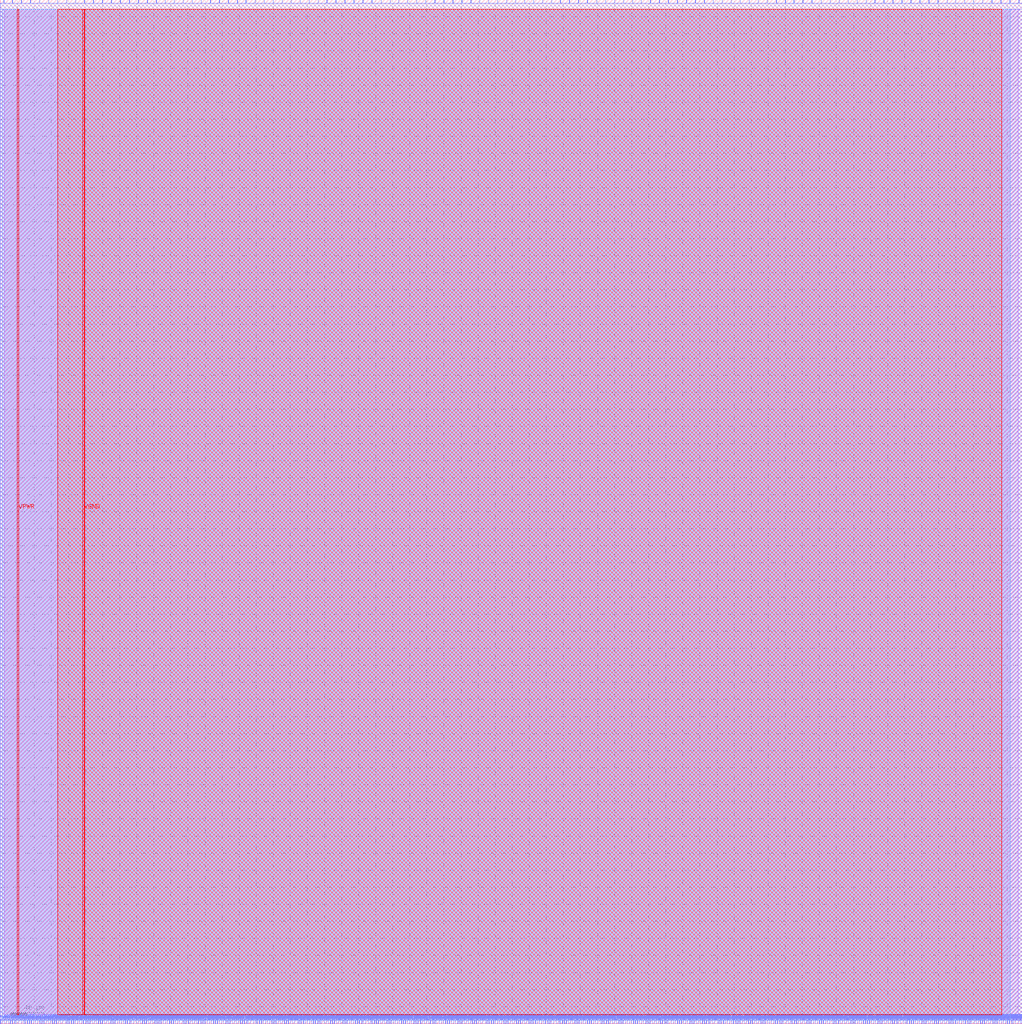
<source format=lef>
VERSION 5.7 ;
  NOWIREEXTENSIONATPIN ON ;
  DIVIDERCHAR "/" ;
  BUSBITCHARS "[]" ;
MACRO user_proj_example
  CLASS BLOCK ;
  FOREIGN user_proj_example ;
  ORIGIN 0.000 0.000 ;
  SIZE 1197.700 BY 1200.000 ;
  PIN io_in[0]
    DIRECTION INPUT ;
    PORT
      LAYER met2 ;
        RECT 4.160 1196.000 4.440 1200.000 ;
    END
  END io_in[0]
  PIN io_in[10]
    DIRECTION INPUT ;
    PORT
      LAYER met2 ;
        RECT 319.720 1196.000 320.000 1200.000 ;
    END
  END io_in[10]
  PIN io_in[11]
    DIRECTION INPUT ;
    PORT
      LAYER met2 ;
        RECT 351.460 1196.000 351.740 1200.000 ;
    END
  END io_in[11]
  PIN io_in[12]
    DIRECTION INPUT ;
    PORT
      LAYER met2 ;
        RECT 382.740 1196.000 383.020 1200.000 ;
    END
  END io_in[12]
  PIN io_in[13]
    DIRECTION INPUT ;
    PORT
      LAYER met2 ;
        RECT 414.480 1196.000 414.760 1200.000 ;
    END
  END io_in[13]
  PIN io_in[14]
    DIRECTION INPUT ;
    PORT
      LAYER met2 ;
        RECT 446.220 1196.000 446.500 1200.000 ;
    END
  END io_in[14]
  PIN io_in[15]
    DIRECTION INPUT ;
    PORT
      LAYER met2 ;
        RECT 477.500 1196.000 477.780 1200.000 ;
    END
  END io_in[15]
  PIN io_in[16]
    DIRECTION INPUT ;
    PORT
      LAYER met2 ;
        RECT 509.240 1196.000 509.520 1200.000 ;
    END
  END io_in[16]
  PIN io_in[17]
    DIRECTION INPUT ;
    PORT
      LAYER met2 ;
        RECT 540.980 1196.000 541.260 1200.000 ;
    END
  END io_in[17]
  PIN io_in[18]
    DIRECTION INPUT ;
    PORT
      LAYER met2 ;
        RECT 572.260 1196.000 572.540 1200.000 ;
    END
  END io_in[18]
  PIN io_in[19]
    DIRECTION INPUT ;
    PORT
      LAYER met2 ;
        RECT 604.000 1196.000 604.280 1200.000 ;
    END
  END io_in[19]
  PIN io_in[1]
    DIRECTION INPUT ;
    PORT
      LAYER met2 ;
        RECT 35.440 1196.000 35.720 1200.000 ;
    END
  END io_in[1]
  PIN io_in[20]
    DIRECTION INPUT ;
    PORT
      LAYER met2 ;
        RECT 635.740 1196.000 636.020 1200.000 ;
    END
  END io_in[20]
  PIN io_in[21]
    DIRECTION INPUT ;
    PORT
      LAYER met2 ;
        RECT 667.020 1196.000 667.300 1200.000 ;
    END
  END io_in[21]
  PIN io_in[22]
    DIRECTION INPUT ;
    PORT
      LAYER met2 ;
        RECT 698.760 1196.000 699.040 1200.000 ;
    END
  END io_in[22]
  PIN io_in[23]
    DIRECTION INPUT ;
    PORT
      LAYER met2 ;
        RECT 730.500 1196.000 730.780 1200.000 ;
    END
  END io_in[23]
  PIN io_in[24]
    DIRECTION INPUT ;
    PORT
      LAYER met2 ;
        RECT 761.780 1196.000 762.060 1200.000 ;
    END
  END io_in[24]
  PIN io_in[25]
    DIRECTION INPUT ;
    PORT
      LAYER met2 ;
        RECT 793.520 1196.000 793.800 1200.000 ;
    END
  END io_in[25]
  PIN io_in[26]
    DIRECTION INPUT ;
    PORT
      LAYER met2 ;
        RECT 825.260 1196.000 825.540 1200.000 ;
    END
  END io_in[26]
  PIN io_in[27]
    DIRECTION INPUT ;
    PORT
      LAYER met2 ;
        RECT 856.540 1196.000 856.820 1200.000 ;
    END
  END io_in[27]
  PIN io_in[28]
    DIRECTION INPUT ;
    PORT
      LAYER met2 ;
        RECT 888.280 1196.000 888.560 1200.000 ;
    END
  END io_in[28]
  PIN io_in[29]
    DIRECTION INPUT ;
    PORT
      LAYER met2 ;
        RECT 920.020 1196.000 920.300 1200.000 ;
    END
  END io_in[29]
  PIN io_in[2]
    DIRECTION INPUT ;
    PORT
      LAYER met2 ;
        RECT 67.180 1196.000 67.460 1200.000 ;
    END
  END io_in[2]
  PIN io_in[30]
    DIRECTION INPUT ;
    PORT
      LAYER met2 ;
        RECT 951.300 1196.000 951.580 1200.000 ;
    END
  END io_in[30]
  PIN io_in[31]
    DIRECTION INPUT ;
    PORT
      LAYER met2 ;
        RECT 983.040 1196.000 983.320 1200.000 ;
    END
  END io_in[31]
  PIN io_in[32]
    DIRECTION INPUT ;
    PORT
      LAYER met2 ;
        RECT 1014.780 1196.000 1015.060 1200.000 ;
    END
  END io_in[32]
  PIN io_in[33]
    DIRECTION INPUT ;
    PORT
      LAYER met2 ;
        RECT 1046.060 1196.000 1046.340 1200.000 ;
    END
  END io_in[33]
  PIN io_in[34]
    DIRECTION INPUT ;
    PORT
      LAYER met2 ;
        RECT 1077.800 1196.000 1078.080 1200.000 ;
    END
  END io_in[34]
  PIN io_in[35]
    DIRECTION INPUT ;
    PORT
      LAYER met2 ;
        RECT 1109.540 1196.000 1109.820 1200.000 ;
    END
  END io_in[35]
  PIN io_in[36]
    DIRECTION INPUT ;
    PORT
      LAYER met2 ;
        RECT 1140.820 1196.000 1141.100 1200.000 ;
    END
  END io_in[36]
  PIN io_in[37]
    DIRECTION INPUT ;
    PORT
      LAYER met2 ;
        RECT 1172.560 1196.000 1172.840 1200.000 ;
    END
  END io_in[37]
  PIN io_in[3]
    DIRECTION INPUT ;
    PORT
      LAYER met2 ;
        RECT 98.460 1196.000 98.740 1200.000 ;
    END
  END io_in[3]
  PIN io_in[4]
    DIRECTION INPUT ;
    PORT
      LAYER met2 ;
        RECT 130.200 1196.000 130.480 1200.000 ;
    END
  END io_in[4]
  PIN io_in[5]
    DIRECTION INPUT ;
    PORT
      LAYER met2 ;
        RECT 161.940 1196.000 162.220 1200.000 ;
    END
  END io_in[5]
  PIN io_in[6]
    DIRECTION INPUT ;
    PORT
      LAYER met2 ;
        RECT 193.220 1196.000 193.500 1200.000 ;
    END
  END io_in[6]
  PIN io_in[7]
    DIRECTION INPUT ;
    PORT
      LAYER met2 ;
        RECT 224.960 1196.000 225.240 1200.000 ;
    END
  END io_in[7]
  PIN io_in[8]
    DIRECTION INPUT ;
    PORT
      LAYER met2 ;
        RECT 256.700 1196.000 256.980 1200.000 ;
    END
  END io_in[8]
  PIN io_in[9]
    DIRECTION INPUT ;
    PORT
      LAYER met2 ;
        RECT 287.980 1196.000 288.260 1200.000 ;
    END
  END io_in[9]
  PIN io_oeb[0]
    DIRECTION OUTPUT TRISTATE ;
    PORT
      LAYER met2 ;
        RECT 14.280 1196.000 14.560 1200.000 ;
    END
  END io_oeb[0]
  PIN io_oeb[10]
    DIRECTION OUTPUT TRISTATE ;
    PORT
      LAYER met2 ;
        RECT 330.300 1196.000 330.580 1200.000 ;
    END
  END io_oeb[10]
  PIN io_oeb[11]
    DIRECTION OUTPUT TRISTATE ;
    PORT
      LAYER met2 ;
        RECT 362.040 1196.000 362.320 1200.000 ;
    END
  END io_oeb[11]
  PIN io_oeb[12]
    DIRECTION OUTPUT TRISTATE ;
    PORT
      LAYER met2 ;
        RECT 393.320 1196.000 393.600 1200.000 ;
    END
  END io_oeb[12]
  PIN io_oeb[13]
    DIRECTION OUTPUT TRISTATE ;
    PORT
      LAYER met2 ;
        RECT 425.060 1196.000 425.340 1200.000 ;
    END
  END io_oeb[13]
  PIN io_oeb[14]
    DIRECTION OUTPUT TRISTATE ;
    PORT
      LAYER met2 ;
        RECT 456.800 1196.000 457.080 1200.000 ;
    END
  END io_oeb[14]
  PIN io_oeb[15]
    DIRECTION OUTPUT TRISTATE ;
    PORT
      LAYER met2 ;
        RECT 488.080 1196.000 488.360 1200.000 ;
    END
  END io_oeb[15]
  PIN io_oeb[16]
    DIRECTION OUTPUT TRISTATE ;
    PORT
      LAYER met2 ;
        RECT 519.820 1196.000 520.100 1200.000 ;
    END
  END io_oeb[16]
  PIN io_oeb[17]
    DIRECTION OUTPUT TRISTATE ;
    PORT
      LAYER met2 ;
        RECT 551.560 1196.000 551.840 1200.000 ;
    END
  END io_oeb[17]
  PIN io_oeb[18]
    DIRECTION OUTPUT TRISTATE ;
    PORT
      LAYER met2 ;
        RECT 582.840 1196.000 583.120 1200.000 ;
    END
  END io_oeb[18]
  PIN io_oeb[19]
    DIRECTION OUTPUT TRISTATE ;
    PORT
      LAYER met2 ;
        RECT 614.580 1196.000 614.860 1200.000 ;
    END
  END io_oeb[19]
  PIN io_oeb[1]
    DIRECTION OUTPUT TRISTATE ;
    PORT
      LAYER met2 ;
        RECT 46.020 1196.000 46.300 1200.000 ;
    END
  END io_oeb[1]
  PIN io_oeb[20]
    DIRECTION OUTPUT TRISTATE ;
    PORT
      LAYER met2 ;
        RECT 646.320 1196.000 646.600 1200.000 ;
    END
  END io_oeb[20]
  PIN io_oeb[21]
    DIRECTION OUTPUT TRISTATE ;
    PORT
      LAYER met2 ;
        RECT 677.600 1196.000 677.880 1200.000 ;
    END
  END io_oeb[21]
  PIN io_oeb[22]
    DIRECTION OUTPUT TRISTATE ;
    PORT
      LAYER met2 ;
        RECT 709.340 1196.000 709.620 1200.000 ;
    END
  END io_oeb[22]
  PIN io_oeb[23]
    DIRECTION OUTPUT TRISTATE ;
    PORT
      LAYER met2 ;
        RECT 741.080 1196.000 741.360 1200.000 ;
    END
  END io_oeb[23]
  PIN io_oeb[24]
    DIRECTION OUTPUT TRISTATE ;
    PORT
      LAYER met2 ;
        RECT 772.360 1196.000 772.640 1200.000 ;
    END
  END io_oeb[24]
  PIN io_oeb[25]
    DIRECTION OUTPUT TRISTATE ;
    PORT
      LAYER met2 ;
        RECT 804.100 1196.000 804.380 1200.000 ;
    END
  END io_oeb[25]
  PIN io_oeb[26]
    DIRECTION OUTPUT TRISTATE ;
    PORT
      LAYER met2 ;
        RECT 835.380 1196.000 835.660 1200.000 ;
    END
  END io_oeb[26]
  PIN io_oeb[27]
    DIRECTION OUTPUT TRISTATE ;
    PORT
      LAYER met2 ;
        RECT 867.120 1196.000 867.400 1200.000 ;
    END
  END io_oeb[27]
  PIN io_oeb[28]
    DIRECTION OUTPUT TRISTATE ;
    PORT
      LAYER met2 ;
        RECT 898.860 1196.000 899.140 1200.000 ;
    END
  END io_oeb[28]
  PIN io_oeb[29]
    DIRECTION OUTPUT TRISTATE ;
    PORT
      LAYER met2 ;
        RECT 930.140 1196.000 930.420 1200.000 ;
    END
  END io_oeb[29]
  PIN io_oeb[2]
    DIRECTION OUTPUT TRISTATE ;
    PORT
      LAYER met2 ;
        RECT 77.760 1196.000 78.040 1200.000 ;
    END
  END io_oeb[2]
  PIN io_oeb[30]
    DIRECTION OUTPUT TRISTATE ;
    PORT
      LAYER met2 ;
        RECT 961.880 1196.000 962.160 1200.000 ;
    END
  END io_oeb[30]
  PIN io_oeb[31]
    DIRECTION OUTPUT TRISTATE ;
    PORT
      LAYER met2 ;
        RECT 993.620 1196.000 993.900 1200.000 ;
    END
  END io_oeb[31]
  PIN io_oeb[32]
    DIRECTION OUTPUT TRISTATE ;
    PORT
      LAYER met2 ;
        RECT 1024.900 1196.000 1025.180 1200.000 ;
    END
  END io_oeb[32]
  PIN io_oeb[33]
    DIRECTION OUTPUT TRISTATE ;
    PORT
      LAYER met2 ;
        RECT 1056.640 1196.000 1056.920 1200.000 ;
    END
  END io_oeb[33]
  PIN io_oeb[34]
    DIRECTION OUTPUT TRISTATE ;
    PORT
      LAYER met2 ;
        RECT 1088.380 1196.000 1088.660 1200.000 ;
    END
  END io_oeb[34]
  PIN io_oeb[35]
    DIRECTION OUTPUT TRISTATE ;
    PORT
      LAYER met2 ;
        RECT 1119.660 1196.000 1119.940 1200.000 ;
    END
  END io_oeb[35]
  PIN io_oeb[36]
    DIRECTION OUTPUT TRISTATE ;
    PORT
      LAYER met2 ;
        RECT 1151.400 1196.000 1151.680 1200.000 ;
    END
  END io_oeb[36]
  PIN io_oeb[37]
    DIRECTION OUTPUT TRISTATE ;
    PORT
      LAYER met2 ;
        RECT 1183.140 1196.000 1183.420 1200.000 ;
    END
  END io_oeb[37]
  PIN io_oeb[3]
    DIRECTION OUTPUT TRISTATE ;
    PORT
      LAYER met2 ;
        RECT 109.040 1196.000 109.320 1200.000 ;
    END
  END io_oeb[3]
  PIN io_oeb[4]
    DIRECTION OUTPUT TRISTATE ;
    PORT
      LAYER met2 ;
        RECT 140.780 1196.000 141.060 1200.000 ;
    END
  END io_oeb[4]
  PIN io_oeb[5]
    DIRECTION OUTPUT TRISTATE ;
    PORT
      LAYER met2 ;
        RECT 172.520 1196.000 172.800 1200.000 ;
    END
  END io_oeb[5]
  PIN io_oeb[6]
    DIRECTION OUTPUT TRISTATE ;
    PORT
      LAYER met2 ;
        RECT 203.800 1196.000 204.080 1200.000 ;
    END
  END io_oeb[6]
  PIN io_oeb[7]
    DIRECTION OUTPUT TRISTATE ;
    PORT
      LAYER met2 ;
        RECT 235.540 1196.000 235.820 1200.000 ;
    END
  END io_oeb[7]
  PIN io_oeb[8]
    DIRECTION OUTPUT TRISTATE ;
    PORT
      LAYER met2 ;
        RECT 267.280 1196.000 267.560 1200.000 ;
    END
  END io_oeb[8]
  PIN io_oeb[9]
    DIRECTION OUTPUT TRISTATE ;
    PORT
      LAYER met2 ;
        RECT 298.560 1196.000 298.840 1200.000 ;
    END
  END io_oeb[9]
  PIN io_out[0]
    DIRECTION OUTPUT TRISTATE ;
    PORT
      LAYER met2 ;
        RECT 24.860 1196.000 25.140 1200.000 ;
    END
  END io_out[0]
  PIN io_out[10]
    DIRECTION OUTPUT TRISTATE ;
    PORT
      LAYER met2 ;
        RECT 340.880 1196.000 341.160 1200.000 ;
    END
  END io_out[10]
  PIN io_out[11]
    DIRECTION OUTPUT TRISTATE ;
    PORT
      LAYER met2 ;
        RECT 372.620 1196.000 372.900 1200.000 ;
    END
  END io_out[11]
  PIN io_out[12]
    DIRECTION OUTPUT TRISTATE ;
    PORT
      LAYER met2 ;
        RECT 403.900 1196.000 404.180 1200.000 ;
    END
  END io_out[12]
  PIN io_out[13]
    DIRECTION OUTPUT TRISTATE ;
    PORT
      LAYER met2 ;
        RECT 435.640 1196.000 435.920 1200.000 ;
    END
  END io_out[13]
  PIN io_out[14]
    DIRECTION OUTPUT TRISTATE ;
    PORT
      LAYER met2 ;
        RECT 466.920 1196.000 467.200 1200.000 ;
    END
  END io_out[14]
  PIN io_out[15]
    DIRECTION OUTPUT TRISTATE ;
    PORT
      LAYER met2 ;
        RECT 498.660 1196.000 498.940 1200.000 ;
    END
  END io_out[15]
  PIN io_out[16]
    DIRECTION OUTPUT TRISTATE ;
    PORT
      LAYER met2 ;
        RECT 530.400 1196.000 530.680 1200.000 ;
    END
  END io_out[16]
  PIN io_out[17]
    DIRECTION OUTPUT TRISTATE ;
    PORT
      LAYER met2 ;
        RECT 561.680 1196.000 561.960 1200.000 ;
    END
  END io_out[17]
  PIN io_out[18]
    DIRECTION OUTPUT TRISTATE ;
    PORT
      LAYER met2 ;
        RECT 593.420 1196.000 593.700 1200.000 ;
    END
  END io_out[18]
  PIN io_out[19]
    DIRECTION OUTPUT TRISTATE ;
    PORT
      LAYER met2 ;
        RECT 625.160 1196.000 625.440 1200.000 ;
    END
  END io_out[19]
  PIN io_out[1]
    DIRECTION OUTPUT TRISTATE ;
    PORT
      LAYER met2 ;
        RECT 56.600 1196.000 56.880 1200.000 ;
    END
  END io_out[1]
  PIN io_out[20]
    DIRECTION OUTPUT TRISTATE ;
    PORT
      LAYER met2 ;
        RECT 656.440 1196.000 656.720 1200.000 ;
    END
  END io_out[20]
  PIN io_out[21]
    DIRECTION OUTPUT TRISTATE ;
    PORT
      LAYER met2 ;
        RECT 688.180 1196.000 688.460 1200.000 ;
    END
  END io_out[21]
  PIN io_out[22]
    DIRECTION OUTPUT TRISTATE ;
    PORT
      LAYER met2 ;
        RECT 719.920 1196.000 720.200 1200.000 ;
    END
  END io_out[22]
  PIN io_out[23]
    DIRECTION OUTPUT TRISTATE ;
    PORT
      LAYER met2 ;
        RECT 751.200 1196.000 751.480 1200.000 ;
    END
  END io_out[23]
  PIN io_out[24]
    DIRECTION OUTPUT TRISTATE ;
    PORT
      LAYER met2 ;
        RECT 782.940 1196.000 783.220 1200.000 ;
    END
  END io_out[24]
  PIN io_out[25]
    DIRECTION OUTPUT TRISTATE ;
    PORT
      LAYER met2 ;
        RECT 814.680 1196.000 814.960 1200.000 ;
    END
  END io_out[25]
  PIN io_out[26]
    DIRECTION OUTPUT TRISTATE ;
    PORT
      LAYER met2 ;
        RECT 845.960 1196.000 846.240 1200.000 ;
    END
  END io_out[26]
  PIN io_out[27]
    DIRECTION OUTPUT TRISTATE ;
    PORT
      LAYER met2 ;
        RECT 877.700 1196.000 877.980 1200.000 ;
    END
  END io_out[27]
  PIN io_out[28]
    DIRECTION OUTPUT TRISTATE ;
    PORT
      LAYER met2 ;
        RECT 909.440 1196.000 909.720 1200.000 ;
    END
  END io_out[28]
  PIN io_out[29]
    DIRECTION OUTPUT TRISTATE ;
    PORT
      LAYER met2 ;
        RECT 940.720 1196.000 941.000 1200.000 ;
    END
  END io_out[29]
  PIN io_out[2]
    DIRECTION OUTPUT TRISTATE ;
    PORT
      LAYER met2 ;
        RECT 88.340 1196.000 88.620 1200.000 ;
    END
  END io_out[2]
  PIN io_out[30]
    DIRECTION OUTPUT TRISTATE ;
    PORT
      LAYER met2 ;
        RECT 972.460 1196.000 972.740 1200.000 ;
    END
  END io_out[30]
  PIN io_out[31]
    DIRECTION OUTPUT TRISTATE ;
    PORT
      LAYER met2 ;
        RECT 1004.200 1196.000 1004.480 1200.000 ;
    END
  END io_out[31]
  PIN io_out[32]
    DIRECTION OUTPUT TRISTATE ;
    PORT
      LAYER met2 ;
        RECT 1035.480 1196.000 1035.760 1200.000 ;
    END
  END io_out[32]
  PIN io_out[33]
    DIRECTION OUTPUT TRISTATE ;
    PORT
      LAYER met2 ;
        RECT 1067.220 1196.000 1067.500 1200.000 ;
    END
  END io_out[33]
  PIN io_out[34]
    DIRECTION OUTPUT TRISTATE ;
    PORT
      LAYER met2 ;
        RECT 1098.960 1196.000 1099.240 1200.000 ;
    END
  END io_out[34]
  PIN io_out[35]
    DIRECTION OUTPUT TRISTATE ;
    PORT
      LAYER met2 ;
        RECT 1130.240 1196.000 1130.520 1200.000 ;
    END
  END io_out[35]
  PIN io_out[36]
    DIRECTION OUTPUT TRISTATE ;
    PORT
      LAYER met2 ;
        RECT 1161.980 1196.000 1162.260 1200.000 ;
    END
  END io_out[36]
  PIN io_out[37]
    DIRECTION OUTPUT TRISTATE ;
    PORT
      LAYER met2 ;
        RECT 1193.720 1196.000 1194.000 1200.000 ;
    END
  END io_out[37]
  PIN io_out[3]
    DIRECTION OUTPUT TRISTATE ;
    PORT
      LAYER met2 ;
        RECT 119.620 1196.000 119.900 1200.000 ;
    END
  END io_out[3]
  PIN io_out[4]
    DIRECTION OUTPUT TRISTATE ;
    PORT
      LAYER met2 ;
        RECT 151.360 1196.000 151.640 1200.000 ;
    END
  END io_out[4]
  PIN io_out[5]
    DIRECTION OUTPUT TRISTATE ;
    PORT
      LAYER met2 ;
        RECT 183.100 1196.000 183.380 1200.000 ;
    END
  END io_out[5]
  PIN io_out[6]
    DIRECTION OUTPUT TRISTATE ;
    PORT
      LAYER met2 ;
        RECT 214.380 1196.000 214.660 1200.000 ;
    END
  END io_out[6]
  PIN io_out[7]
    DIRECTION OUTPUT TRISTATE ;
    PORT
      LAYER met2 ;
        RECT 246.120 1196.000 246.400 1200.000 ;
    END
  END io_out[7]
  PIN io_out[8]
    DIRECTION OUTPUT TRISTATE ;
    PORT
      LAYER met2 ;
        RECT 277.860 1196.000 278.140 1200.000 ;
    END
  END io_out[8]
  PIN io_out[9]
    DIRECTION OUTPUT TRISTATE ;
    PORT
      LAYER met2 ;
        RECT 309.140 1196.000 309.420 1200.000 ;
    END
  END io_out[9]
  PIN la_data_in[0]
    DIRECTION INPUT ;
    PORT
      LAYER met2 ;
        RECT 259.460 0.000 259.740 4.000 ;
    END
  END la_data_in[0]
  PIN la_data_in[100]
    DIRECTION INPUT ;
    PORT
      LAYER met2 ;
        RECT 994.080 0.000 994.360 4.000 ;
    END
  END la_data_in[100]
  PIN la_data_in[101]
    DIRECTION INPUT ;
    PORT
      LAYER met2 ;
        RECT 1001.440 0.000 1001.720 4.000 ;
    END
  END la_data_in[101]
  PIN la_data_in[102]
    DIRECTION INPUT ;
    PORT
      LAYER met2 ;
        RECT 1008.800 0.000 1009.080 4.000 ;
    END
  END la_data_in[102]
  PIN la_data_in[103]
    DIRECTION INPUT ;
    PORT
      LAYER met2 ;
        RECT 1016.160 0.000 1016.440 4.000 ;
    END
  END la_data_in[103]
  PIN la_data_in[104]
    DIRECTION INPUT ;
    PORT
      LAYER met2 ;
        RECT 1023.520 0.000 1023.800 4.000 ;
    END
  END la_data_in[104]
  PIN la_data_in[105]
    DIRECTION INPUT ;
    PORT
      LAYER met2 ;
        RECT 1030.880 0.000 1031.160 4.000 ;
    END
  END la_data_in[105]
  PIN la_data_in[106]
    DIRECTION INPUT ;
    PORT
      LAYER met2 ;
        RECT 1038.240 0.000 1038.520 4.000 ;
    END
  END la_data_in[106]
  PIN la_data_in[107]
    DIRECTION INPUT ;
    PORT
      LAYER met2 ;
        RECT 1045.600 0.000 1045.880 4.000 ;
    END
  END la_data_in[107]
  PIN la_data_in[108]
    DIRECTION INPUT ;
    PORT
      LAYER met2 ;
        RECT 1052.960 0.000 1053.240 4.000 ;
    END
  END la_data_in[108]
  PIN la_data_in[109]
    DIRECTION INPUT ;
    PORT
      LAYER met2 ;
        RECT 1060.320 0.000 1060.600 4.000 ;
    END
  END la_data_in[109]
  PIN la_data_in[10]
    DIRECTION INPUT ;
    PORT
      LAYER met2 ;
        RECT 333.060 0.000 333.340 4.000 ;
    END
  END la_data_in[10]
  PIN la_data_in[110]
    DIRECTION INPUT ;
    PORT
      LAYER met2 ;
        RECT 1067.680 0.000 1067.960 4.000 ;
    END
  END la_data_in[110]
  PIN la_data_in[111]
    DIRECTION INPUT ;
    PORT
      LAYER met2 ;
        RECT 1075.040 0.000 1075.320 4.000 ;
    END
  END la_data_in[111]
  PIN la_data_in[112]
    DIRECTION INPUT ;
    PORT
      LAYER met2 ;
        RECT 1082.400 0.000 1082.680 4.000 ;
    END
  END la_data_in[112]
  PIN la_data_in[113]
    DIRECTION INPUT ;
    PORT
      LAYER met2 ;
        RECT 1089.760 0.000 1090.040 4.000 ;
    END
  END la_data_in[113]
  PIN la_data_in[114]
    DIRECTION INPUT ;
    PORT
      LAYER met2 ;
        RECT 1097.120 0.000 1097.400 4.000 ;
    END
  END la_data_in[114]
  PIN la_data_in[115]
    DIRECTION INPUT ;
    PORT
      LAYER met2 ;
        RECT 1104.480 0.000 1104.760 4.000 ;
    END
  END la_data_in[115]
  PIN la_data_in[116]
    DIRECTION INPUT ;
    PORT
      LAYER met2 ;
        RECT 1111.840 0.000 1112.120 4.000 ;
    END
  END la_data_in[116]
  PIN la_data_in[117]
    DIRECTION INPUT ;
    PORT
      LAYER met2 ;
        RECT 1119.200 0.000 1119.480 4.000 ;
    END
  END la_data_in[117]
  PIN la_data_in[118]
    DIRECTION INPUT ;
    PORT
      LAYER met2 ;
        RECT 1126.560 0.000 1126.840 4.000 ;
    END
  END la_data_in[118]
  PIN la_data_in[119]
    DIRECTION INPUT ;
    PORT
      LAYER met2 ;
        RECT 1133.920 0.000 1134.200 4.000 ;
    END
  END la_data_in[119]
  PIN la_data_in[11]
    DIRECTION INPUT ;
    PORT
      LAYER met2 ;
        RECT 340.420 0.000 340.700 4.000 ;
    END
  END la_data_in[11]
  PIN la_data_in[120]
    DIRECTION INPUT ;
    PORT
      LAYER met2 ;
        RECT 1141.280 0.000 1141.560 4.000 ;
    END
  END la_data_in[120]
  PIN la_data_in[121]
    DIRECTION INPUT ;
    PORT
      LAYER met2 ;
        RECT 1148.640 0.000 1148.920 4.000 ;
    END
  END la_data_in[121]
  PIN la_data_in[122]
    DIRECTION INPUT ;
    PORT
      LAYER met2 ;
        RECT 1156.000 0.000 1156.280 4.000 ;
    END
  END la_data_in[122]
  PIN la_data_in[123]
    DIRECTION INPUT ;
    PORT
      LAYER met2 ;
        RECT 1163.360 0.000 1163.640 4.000 ;
    END
  END la_data_in[123]
  PIN la_data_in[124]
    DIRECTION INPUT ;
    PORT
      LAYER met2 ;
        RECT 1170.720 0.000 1171.000 4.000 ;
    END
  END la_data_in[124]
  PIN la_data_in[125]
    DIRECTION INPUT ;
    PORT
      LAYER met2 ;
        RECT 1178.080 0.000 1178.360 4.000 ;
    END
  END la_data_in[125]
  PIN la_data_in[126]
    DIRECTION INPUT ;
    PORT
      LAYER met2 ;
        RECT 1185.440 0.000 1185.720 4.000 ;
    END
  END la_data_in[126]
  PIN la_data_in[127]
    DIRECTION INPUT ;
    PORT
      LAYER met2 ;
        RECT 1192.800 0.000 1193.080 4.000 ;
    END
  END la_data_in[127]
  PIN la_data_in[12]
    DIRECTION INPUT ;
    PORT
      LAYER met2 ;
        RECT 347.780 0.000 348.060 4.000 ;
    END
  END la_data_in[12]
  PIN la_data_in[13]
    DIRECTION INPUT ;
    PORT
      LAYER met2 ;
        RECT 355.140 0.000 355.420 4.000 ;
    END
  END la_data_in[13]
  PIN la_data_in[14]
    DIRECTION INPUT ;
    PORT
      LAYER met2 ;
        RECT 362.500 0.000 362.780 4.000 ;
    END
  END la_data_in[14]
  PIN la_data_in[15]
    DIRECTION INPUT ;
    PORT
      LAYER met2 ;
        RECT 369.400 0.000 369.680 4.000 ;
    END
  END la_data_in[15]
  PIN la_data_in[16]
    DIRECTION INPUT ;
    PORT
      LAYER met2 ;
        RECT 376.760 0.000 377.040 4.000 ;
    END
  END la_data_in[16]
  PIN la_data_in[17]
    DIRECTION INPUT ;
    PORT
      LAYER met2 ;
        RECT 384.120 0.000 384.400 4.000 ;
    END
  END la_data_in[17]
  PIN la_data_in[18]
    DIRECTION INPUT ;
    PORT
      LAYER met2 ;
        RECT 391.480 0.000 391.760 4.000 ;
    END
  END la_data_in[18]
  PIN la_data_in[19]
    DIRECTION INPUT ;
    PORT
      LAYER met2 ;
        RECT 398.840 0.000 399.120 4.000 ;
    END
  END la_data_in[19]
  PIN la_data_in[1]
    DIRECTION INPUT ;
    PORT
      LAYER met2 ;
        RECT 266.820 0.000 267.100 4.000 ;
    END
  END la_data_in[1]
  PIN la_data_in[20]
    DIRECTION INPUT ;
    PORT
      LAYER met2 ;
        RECT 406.200 0.000 406.480 4.000 ;
    END
  END la_data_in[20]
  PIN la_data_in[21]
    DIRECTION INPUT ;
    PORT
      LAYER met2 ;
        RECT 413.560 0.000 413.840 4.000 ;
    END
  END la_data_in[21]
  PIN la_data_in[22]
    DIRECTION INPUT ;
    PORT
      LAYER met2 ;
        RECT 420.920 0.000 421.200 4.000 ;
    END
  END la_data_in[22]
  PIN la_data_in[23]
    DIRECTION INPUT ;
    PORT
      LAYER met2 ;
        RECT 428.280 0.000 428.560 4.000 ;
    END
  END la_data_in[23]
  PIN la_data_in[24]
    DIRECTION INPUT ;
    PORT
      LAYER met2 ;
        RECT 435.640 0.000 435.920 4.000 ;
    END
  END la_data_in[24]
  PIN la_data_in[25]
    DIRECTION INPUT ;
    PORT
      LAYER met2 ;
        RECT 443.000 0.000 443.280 4.000 ;
    END
  END la_data_in[25]
  PIN la_data_in[26]
    DIRECTION INPUT ;
    PORT
      LAYER met2 ;
        RECT 450.360 0.000 450.640 4.000 ;
    END
  END la_data_in[26]
  PIN la_data_in[27]
    DIRECTION INPUT ;
    PORT
      LAYER met2 ;
        RECT 457.720 0.000 458.000 4.000 ;
    END
  END la_data_in[27]
  PIN la_data_in[28]
    DIRECTION INPUT ;
    PORT
      LAYER met2 ;
        RECT 465.080 0.000 465.360 4.000 ;
    END
  END la_data_in[28]
  PIN la_data_in[29]
    DIRECTION INPUT ;
    PORT
      LAYER met2 ;
        RECT 472.440 0.000 472.720 4.000 ;
    END
  END la_data_in[29]
  PIN la_data_in[2]
    DIRECTION INPUT ;
    PORT
      LAYER met2 ;
        RECT 274.180 0.000 274.460 4.000 ;
    END
  END la_data_in[2]
  PIN la_data_in[30]
    DIRECTION INPUT ;
    PORT
      LAYER met2 ;
        RECT 479.800 0.000 480.080 4.000 ;
    END
  END la_data_in[30]
  PIN la_data_in[31]
    DIRECTION INPUT ;
    PORT
      LAYER met2 ;
        RECT 487.160 0.000 487.440 4.000 ;
    END
  END la_data_in[31]
  PIN la_data_in[32]
    DIRECTION INPUT ;
    PORT
      LAYER met2 ;
        RECT 494.520 0.000 494.800 4.000 ;
    END
  END la_data_in[32]
  PIN la_data_in[33]
    DIRECTION INPUT ;
    PORT
      LAYER met2 ;
        RECT 501.880 0.000 502.160 4.000 ;
    END
  END la_data_in[33]
  PIN la_data_in[34]
    DIRECTION INPUT ;
    PORT
      LAYER met2 ;
        RECT 509.240 0.000 509.520 4.000 ;
    END
  END la_data_in[34]
  PIN la_data_in[35]
    DIRECTION INPUT ;
    PORT
      LAYER met2 ;
        RECT 516.600 0.000 516.880 4.000 ;
    END
  END la_data_in[35]
  PIN la_data_in[36]
    DIRECTION INPUT ;
    PORT
      LAYER met2 ;
        RECT 523.960 0.000 524.240 4.000 ;
    END
  END la_data_in[36]
  PIN la_data_in[37]
    DIRECTION INPUT ;
    PORT
      LAYER met2 ;
        RECT 531.320 0.000 531.600 4.000 ;
    END
  END la_data_in[37]
  PIN la_data_in[38]
    DIRECTION INPUT ;
    PORT
      LAYER met2 ;
        RECT 538.680 0.000 538.960 4.000 ;
    END
  END la_data_in[38]
  PIN la_data_in[39]
    DIRECTION INPUT ;
    PORT
      LAYER met2 ;
        RECT 546.040 0.000 546.320 4.000 ;
    END
  END la_data_in[39]
  PIN la_data_in[3]
    DIRECTION INPUT ;
    PORT
      LAYER met2 ;
        RECT 281.540 0.000 281.820 4.000 ;
    END
  END la_data_in[3]
  PIN la_data_in[40]
    DIRECTION INPUT ;
    PORT
      LAYER met2 ;
        RECT 553.400 0.000 553.680 4.000 ;
    END
  END la_data_in[40]
  PIN la_data_in[41]
    DIRECTION INPUT ;
    PORT
      LAYER met2 ;
        RECT 560.760 0.000 561.040 4.000 ;
    END
  END la_data_in[41]
  PIN la_data_in[42]
    DIRECTION INPUT ;
    PORT
      LAYER met2 ;
        RECT 568.120 0.000 568.400 4.000 ;
    END
  END la_data_in[42]
  PIN la_data_in[43]
    DIRECTION INPUT ;
    PORT
      LAYER met2 ;
        RECT 575.480 0.000 575.760 4.000 ;
    END
  END la_data_in[43]
  PIN la_data_in[44]
    DIRECTION INPUT ;
    PORT
      LAYER met2 ;
        RECT 582.840 0.000 583.120 4.000 ;
    END
  END la_data_in[44]
  PIN la_data_in[45]
    DIRECTION INPUT ;
    PORT
      LAYER met2 ;
        RECT 590.200 0.000 590.480 4.000 ;
    END
  END la_data_in[45]
  PIN la_data_in[46]
    DIRECTION INPUT ;
    PORT
      LAYER met2 ;
        RECT 597.560 0.000 597.840 4.000 ;
    END
  END la_data_in[46]
  PIN la_data_in[47]
    DIRECTION INPUT ;
    PORT
      LAYER met2 ;
        RECT 604.920 0.000 605.200 4.000 ;
    END
  END la_data_in[47]
  PIN la_data_in[48]
    DIRECTION INPUT ;
    PORT
      LAYER met2 ;
        RECT 612.280 0.000 612.560 4.000 ;
    END
  END la_data_in[48]
  PIN la_data_in[49]
    DIRECTION INPUT ;
    PORT
      LAYER met2 ;
        RECT 619.640 0.000 619.920 4.000 ;
    END
  END la_data_in[49]
  PIN la_data_in[4]
    DIRECTION INPUT ;
    PORT
      LAYER met2 ;
        RECT 288.900 0.000 289.180 4.000 ;
    END
  END la_data_in[4]
  PIN la_data_in[50]
    DIRECTION INPUT ;
    PORT
      LAYER met2 ;
        RECT 627.000 0.000 627.280 4.000 ;
    END
  END la_data_in[50]
  PIN la_data_in[51]
    DIRECTION INPUT ;
    PORT
      LAYER met2 ;
        RECT 634.360 0.000 634.640 4.000 ;
    END
  END la_data_in[51]
  PIN la_data_in[52]
    DIRECTION INPUT ;
    PORT
      LAYER met2 ;
        RECT 641.720 0.000 642.000 4.000 ;
    END
  END la_data_in[52]
  PIN la_data_in[53]
    DIRECTION INPUT ;
    PORT
      LAYER met2 ;
        RECT 648.620 0.000 648.900 4.000 ;
    END
  END la_data_in[53]
  PIN la_data_in[54]
    DIRECTION INPUT ;
    PORT
      LAYER met2 ;
        RECT 655.980 0.000 656.260 4.000 ;
    END
  END la_data_in[54]
  PIN la_data_in[55]
    DIRECTION INPUT ;
    PORT
      LAYER met2 ;
        RECT 663.340 0.000 663.620 4.000 ;
    END
  END la_data_in[55]
  PIN la_data_in[56]
    DIRECTION INPUT ;
    PORT
      LAYER met2 ;
        RECT 670.700 0.000 670.980 4.000 ;
    END
  END la_data_in[56]
  PIN la_data_in[57]
    DIRECTION INPUT ;
    PORT
      LAYER met2 ;
        RECT 678.060 0.000 678.340 4.000 ;
    END
  END la_data_in[57]
  PIN la_data_in[58]
    DIRECTION INPUT ;
    PORT
      LAYER met2 ;
        RECT 685.420 0.000 685.700 4.000 ;
    END
  END la_data_in[58]
  PIN la_data_in[59]
    DIRECTION INPUT ;
    PORT
      LAYER met2 ;
        RECT 692.780 0.000 693.060 4.000 ;
    END
  END la_data_in[59]
  PIN la_data_in[5]
    DIRECTION INPUT ;
    PORT
      LAYER met2 ;
        RECT 296.260 0.000 296.540 4.000 ;
    END
  END la_data_in[5]
  PIN la_data_in[60]
    DIRECTION INPUT ;
    PORT
      LAYER met2 ;
        RECT 700.140 0.000 700.420 4.000 ;
    END
  END la_data_in[60]
  PIN la_data_in[61]
    DIRECTION INPUT ;
    PORT
      LAYER met2 ;
        RECT 707.500 0.000 707.780 4.000 ;
    END
  END la_data_in[61]
  PIN la_data_in[62]
    DIRECTION INPUT ;
    PORT
      LAYER met2 ;
        RECT 714.860 0.000 715.140 4.000 ;
    END
  END la_data_in[62]
  PIN la_data_in[63]
    DIRECTION INPUT ;
    PORT
      LAYER met2 ;
        RECT 722.220 0.000 722.500 4.000 ;
    END
  END la_data_in[63]
  PIN la_data_in[64]
    DIRECTION INPUT ;
    PORT
      LAYER met2 ;
        RECT 729.580 0.000 729.860 4.000 ;
    END
  END la_data_in[64]
  PIN la_data_in[65]
    DIRECTION INPUT ;
    PORT
      LAYER met2 ;
        RECT 736.940 0.000 737.220 4.000 ;
    END
  END la_data_in[65]
  PIN la_data_in[66]
    DIRECTION INPUT ;
    PORT
      LAYER met2 ;
        RECT 744.300 0.000 744.580 4.000 ;
    END
  END la_data_in[66]
  PIN la_data_in[67]
    DIRECTION INPUT ;
    PORT
      LAYER met2 ;
        RECT 751.660 0.000 751.940 4.000 ;
    END
  END la_data_in[67]
  PIN la_data_in[68]
    DIRECTION INPUT ;
    PORT
      LAYER met2 ;
        RECT 759.020 0.000 759.300 4.000 ;
    END
  END la_data_in[68]
  PIN la_data_in[69]
    DIRECTION INPUT ;
    PORT
      LAYER met2 ;
        RECT 766.380 0.000 766.660 4.000 ;
    END
  END la_data_in[69]
  PIN la_data_in[6]
    DIRECTION INPUT ;
    PORT
      LAYER met2 ;
        RECT 303.620 0.000 303.900 4.000 ;
    END
  END la_data_in[6]
  PIN la_data_in[70]
    DIRECTION INPUT ;
    PORT
      LAYER met2 ;
        RECT 773.740 0.000 774.020 4.000 ;
    END
  END la_data_in[70]
  PIN la_data_in[71]
    DIRECTION INPUT ;
    PORT
      LAYER met2 ;
        RECT 781.100 0.000 781.380 4.000 ;
    END
  END la_data_in[71]
  PIN la_data_in[72]
    DIRECTION INPUT ;
    PORT
      LAYER met2 ;
        RECT 788.460 0.000 788.740 4.000 ;
    END
  END la_data_in[72]
  PIN la_data_in[73]
    DIRECTION INPUT ;
    PORT
      LAYER met2 ;
        RECT 795.820 0.000 796.100 4.000 ;
    END
  END la_data_in[73]
  PIN la_data_in[74]
    DIRECTION INPUT ;
    PORT
      LAYER met2 ;
        RECT 803.180 0.000 803.460 4.000 ;
    END
  END la_data_in[74]
  PIN la_data_in[75]
    DIRECTION INPUT ;
    PORT
      LAYER met2 ;
        RECT 810.540 0.000 810.820 4.000 ;
    END
  END la_data_in[75]
  PIN la_data_in[76]
    DIRECTION INPUT ;
    PORT
      LAYER met2 ;
        RECT 817.900 0.000 818.180 4.000 ;
    END
  END la_data_in[76]
  PIN la_data_in[77]
    DIRECTION INPUT ;
    PORT
      LAYER met2 ;
        RECT 825.260 0.000 825.540 4.000 ;
    END
  END la_data_in[77]
  PIN la_data_in[78]
    DIRECTION INPUT ;
    PORT
      LAYER met2 ;
        RECT 832.620 0.000 832.900 4.000 ;
    END
  END la_data_in[78]
  PIN la_data_in[79]
    DIRECTION INPUT ;
    PORT
      LAYER met2 ;
        RECT 839.980 0.000 840.260 4.000 ;
    END
  END la_data_in[79]
  PIN la_data_in[7]
    DIRECTION INPUT ;
    PORT
      LAYER met2 ;
        RECT 310.980 0.000 311.260 4.000 ;
    END
  END la_data_in[7]
  PIN la_data_in[80]
    DIRECTION INPUT ;
    PORT
      LAYER met2 ;
        RECT 847.340 0.000 847.620 4.000 ;
    END
  END la_data_in[80]
  PIN la_data_in[81]
    DIRECTION INPUT ;
    PORT
      LAYER met2 ;
        RECT 854.700 0.000 854.980 4.000 ;
    END
  END la_data_in[81]
  PIN la_data_in[82]
    DIRECTION INPUT ;
    PORT
      LAYER met2 ;
        RECT 862.060 0.000 862.340 4.000 ;
    END
  END la_data_in[82]
  PIN la_data_in[83]
    DIRECTION INPUT ;
    PORT
      LAYER met2 ;
        RECT 869.420 0.000 869.700 4.000 ;
    END
  END la_data_in[83]
  PIN la_data_in[84]
    DIRECTION INPUT ;
    PORT
      LAYER met2 ;
        RECT 876.780 0.000 877.060 4.000 ;
    END
  END la_data_in[84]
  PIN la_data_in[85]
    DIRECTION INPUT ;
    PORT
      LAYER met2 ;
        RECT 884.140 0.000 884.420 4.000 ;
    END
  END la_data_in[85]
  PIN la_data_in[86]
    DIRECTION INPUT ;
    PORT
      LAYER met2 ;
        RECT 891.500 0.000 891.780 4.000 ;
    END
  END la_data_in[86]
  PIN la_data_in[87]
    DIRECTION INPUT ;
    PORT
      LAYER met2 ;
        RECT 898.860 0.000 899.140 4.000 ;
    END
  END la_data_in[87]
  PIN la_data_in[88]
    DIRECTION INPUT ;
    PORT
      LAYER met2 ;
        RECT 906.220 0.000 906.500 4.000 ;
    END
  END la_data_in[88]
  PIN la_data_in[89]
    DIRECTION INPUT ;
    PORT
      LAYER met2 ;
        RECT 913.580 0.000 913.860 4.000 ;
    END
  END la_data_in[89]
  PIN la_data_in[8]
    DIRECTION INPUT ;
    PORT
      LAYER met2 ;
        RECT 318.340 0.000 318.620 4.000 ;
    END
  END la_data_in[8]
  PIN la_data_in[90]
    DIRECTION INPUT ;
    PORT
      LAYER met2 ;
        RECT 920.940 0.000 921.220 4.000 ;
    END
  END la_data_in[90]
  PIN la_data_in[91]
    DIRECTION INPUT ;
    PORT
      LAYER met2 ;
        RECT 927.840 0.000 928.120 4.000 ;
    END
  END la_data_in[91]
  PIN la_data_in[92]
    DIRECTION INPUT ;
    PORT
      LAYER met2 ;
        RECT 935.200 0.000 935.480 4.000 ;
    END
  END la_data_in[92]
  PIN la_data_in[93]
    DIRECTION INPUT ;
    PORT
      LAYER met2 ;
        RECT 942.560 0.000 942.840 4.000 ;
    END
  END la_data_in[93]
  PIN la_data_in[94]
    DIRECTION INPUT ;
    PORT
      LAYER met2 ;
        RECT 949.920 0.000 950.200 4.000 ;
    END
  END la_data_in[94]
  PIN la_data_in[95]
    DIRECTION INPUT ;
    PORT
      LAYER met2 ;
        RECT 957.280 0.000 957.560 4.000 ;
    END
  END la_data_in[95]
  PIN la_data_in[96]
    DIRECTION INPUT ;
    PORT
      LAYER met2 ;
        RECT 964.640 0.000 964.920 4.000 ;
    END
  END la_data_in[96]
  PIN la_data_in[97]
    DIRECTION INPUT ;
    PORT
      LAYER met2 ;
        RECT 972.000 0.000 972.280 4.000 ;
    END
  END la_data_in[97]
  PIN la_data_in[98]
    DIRECTION INPUT ;
    PORT
      LAYER met2 ;
        RECT 979.360 0.000 979.640 4.000 ;
    END
  END la_data_in[98]
  PIN la_data_in[99]
    DIRECTION INPUT ;
    PORT
      LAYER met2 ;
        RECT 986.720 0.000 987.000 4.000 ;
    END
  END la_data_in[99]
  PIN la_data_in[9]
    DIRECTION INPUT ;
    PORT
      LAYER met2 ;
        RECT 325.700 0.000 325.980 4.000 ;
    END
  END la_data_in[9]
  PIN la_data_out[0]
    DIRECTION OUTPUT TRISTATE ;
    PORT
      LAYER met2 ;
        RECT 261.760 0.000 262.040 4.000 ;
    END
  END la_data_out[0]
  PIN la_data_out[100]
    DIRECTION OUTPUT TRISTATE ;
    PORT
      LAYER met2 ;
        RECT 996.840 0.000 997.120 4.000 ;
    END
  END la_data_out[100]
  PIN la_data_out[101]
    DIRECTION OUTPUT TRISTATE ;
    PORT
      LAYER met2 ;
        RECT 1004.200 0.000 1004.480 4.000 ;
    END
  END la_data_out[101]
  PIN la_data_out[102]
    DIRECTION OUTPUT TRISTATE ;
    PORT
      LAYER met2 ;
        RECT 1011.560 0.000 1011.840 4.000 ;
    END
  END la_data_out[102]
  PIN la_data_out[103]
    DIRECTION OUTPUT TRISTATE ;
    PORT
      LAYER met2 ;
        RECT 1018.460 0.000 1018.740 4.000 ;
    END
  END la_data_out[103]
  PIN la_data_out[104]
    DIRECTION OUTPUT TRISTATE ;
    PORT
      LAYER met2 ;
        RECT 1025.820 0.000 1026.100 4.000 ;
    END
  END la_data_out[104]
  PIN la_data_out[105]
    DIRECTION OUTPUT TRISTATE ;
    PORT
      LAYER met2 ;
        RECT 1033.180 0.000 1033.460 4.000 ;
    END
  END la_data_out[105]
  PIN la_data_out[106]
    DIRECTION OUTPUT TRISTATE ;
    PORT
      LAYER met2 ;
        RECT 1040.540 0.000 1040.820 4.000 ;
    END
  END la_data_out[106]
  PIN la_data_out[107]
    DIRECTION OUTPUT TRISTATE ;
    PORT
      LAYER met2 ;
        RECT 1047.900 0.000 1048.180 4.000 ;
    END
  END la_data_out[107]
  PIN la_data_out[108]
    DIRECTION OUTPUT TRISTATE ;
    PORT
      LAYER met2 ;
        RECT 1055.260 0.000 1055.540 4.000 ;
    END
  END la_data_out[108]
  PIN la_data_out[109]
    DIRECTION OUTPUT TRISTATE ;
    PORT
      LAYER met2 ;
        RECT 1062.620 0.000 1062.900 4.000 ;
    END
  END la_data_out[109]
  PIN la_data_out[10]
    DIRECTION OUTPUT TRISTATE ;
    PORT
      LAYER met2 ;
        RECT 335.360 0.000 335.640 4.000 ;
    END
  END la_data_out[10]
  PIN la_data_out[110]
    DIRECTION OUTPUT TRISTATE ;
    PORT
      LAYER met2 ;
        RECT 1069.980 0.000 1070.260 4.000 ;
    END
  END la_data_out[110]
  PIN la_data_out[111]
    DIRECTION OUTPUT TRISTATE ;
    PORT
      LAYER met2 ;
        RECT 1077.340 0.000 1077.620 4.000 ;
    END
  END la_data_out[111]
  PIN la_data_out[112]
    DIRECTION OUTPUT TRISTATE ;
    PORT
      LAYER met2 ;
        RECT 1084.700 0.000 1084.980 4.000 ;
    END
  END la_data_out[112]
  PIN la_data_out[113]
    DIRECTION OUTPUT TRISTATE ;
    PORT
      LAYER met2 ;
        RECT 1092.060 0.000 1092.340 4.000 ;
    END
  END la_data_out[113]
  PIN la_data_out[114]
    DIRECTION OUTPUT TRISTATE ;
    PORT
      LAYER met2 ;
        RECT 1099.420 0.000 1099.700 4.000 ;
    END
  END la_data_out[114]
  PIN la_data_out[115]
    DIRECTION OUTPUT TRISTATE ;
    PORT
      LAYER met2 ;
        RECT 1106.780 0.000 1107.060 4.000 ;
    END
  END la_data_out[115]
  PIN la_data_out[116]
    DIRECTION OUTPUT TRISTATE ;
    PORT
      LAYER met2 ;
        RECT 1114.140 0.000 1114.420 4.000 ;
    END
  END la_data_out[116]
  PIN la_data_out[117]
    DIRECTION OUTPUT TRISTATE ;
    PORT
      LAYER met2 ;
        RECT 1121.500 0.000 1121.780 4.000 ;
    END
  END la_data_out[117]
  PIN la_data_out[118]
    DIRECTION OUTPUT TRISTATE ;
    PORT
      LAYER met2 ;
        RECT 1128.860 0.000 1129.140 4.000 ;
    END
  END la_data_out[118]
  PIN la_data_out[119]
    DIRECTION OUTPUT TRISTATE ;
    PORT
      LAYER met2 ;
        RECT 1136.220 0.000 1136.500 4.000 ;
    END
  END la_data_out[119]
  PIN la_data_out[11]
    DIRECTION OUTPUT TRISTATE ;
    PORT
      LAYER met2 ;
        RECT 342.720 0.000 343.000 4.000 ;
    END
  END la_data_out[11]
  PIN la_data_out[120]
    DIRECTION OUTPUT TRISTATE ;
    PORT
      LAYER met2 ;
        RECT 1143.580 0.000 1143.860 4.000 ;
    END
  END la_data_out[120]
  PIN la_data_out[121]
    DIRECTION OUTPUT TRISTATE ;
    PORT
      LAYER met2 ;
        RECT 1150.940 0.000 1151.220 4.000 ;
    END
  END la_data_out[121]
  PIN la_data_out[122]
    DIRECTION OUTPUT TRISTATE ;
    PORT
      LAYER met2 ;
        RECT 1158.300 0.000 1158.580 4.000 ;
    END
  END la_data_out[122]
  PIN la_data_out[123]
    DIRECTION OUTPUT TRISTATE ;
    PORT
      LAYER met2 ;
        RECT 1165.660 0.000 1165.940 4.000 ;
    END
  END la_data_out[123]
  PIN la_data_out[124]
    DIRECTION OUTPUT TRISTATE ;
    PORT
      LAYER met2 ;
        RECT 1173.020 0.000 1173.300 4.000 ;
    END
  END la_data_out[124]
  PIN la_data_out[125]
    DIRECTION OUTPUT TRISTATE ;
    PORT
      LAYER met2 ;
        RECT 1180.380 0.000 1180.660 4.000 ;
    END
  END la_data_out[125]
  PIN la_data_out[126]
    DIRECTION OUTPUT TRISTATE ;
    PORT
      LAYER met2 ;
        RECT 1187.740 0.000 1188.020 4.000 ;
    END
  END la_data_out[126]
  PIN la_data_out[127]
    DIRECTION OUTPUT TRISTATE ;
    PORT
      LAYER met2 ;
        RECT 1195.100 0.000 1195.380 4.000 ;
    END
  END la_data_out[127]
  PIN la_data_out[12]
    DIRECTION OUTPUT TRISTATE ;
    PORT
      LAYER met2 ;
        RECT 350.080 0.000 350.360 4.000 ;
    END
  END la_data_out[12]
  PIN la_data_out[13]
    DIRECTION OUTPUT TRISTATE ;
    PORT
      LAYER met2 ;
        RECT 357.440 0.000 357.720 4.000 ;
    END
  END la_data_out[13]
  PIN la_data_out[14]
    DIRECTION OUTPUT TRISTATE ;
    PORT
      LAYER met2 ;
        RECT 364.800 0.000 365.080 4.000 ;
    END
  END la_data_out[14]
  PIN la_data_out[15]
    DIRECTION OUTPUT TRISTATE ;
    PORT
      LAYER met2 ;
        RECT 372.160 0.000 372.440 4.000 ;
    END
  END la_data_out[15]
  PIN la_data_out[16]
    DIRECTION OUTPUT TRISTATE ;
    PORT
      LAYER met2 ;
        RECT 379.520 0.000 379.800 4.000 ;
    END
  END la_data_out[16]
  PIN la_data_out[17]
    DIRECTION OUTPUT TRISTATE ;
    PORT
      LAYER met2 ;
        RECT 386.880 0.000 387.160 4.000 ;
    END
  END la_data_out[17]
  PIN la_data_out[18]
    DIRECTION OUTPUT TRISTATE ;
    PORT
      LAYER met2 ;
        RECT 394.240 0.000 394.520 4.000 ;
    END
  END la_data_out[18]
  PIN la_data_out[19]
    DIRECTION OUTPUT TRISTATE ;
    PORT
      LAYER met2 ;
        RECT 401.600 0.000 401.880 4.000 ;
    END
  END la_data_out[19]
  PIN la_data_out[1]
    DIRECTION OUTPUT TRISTATE ;
    PORT
      LAYER met2 ;
        RECT 269.120 0.000 269.400 4.000 ;
    END
  END la_data_out[1]
  PIN la_data_out[20]
    DIRECTION OUTPUT TRISTATE ;
    PORT
      LAYER met2 ;
        RECT 408.960 0.000 409.240 4.000 ;
    END
  END la_data_out[20]
  PIN la_data_out[21]
    DIRECTION OUTPUT TRISTATE ;
    PORT
      LAYER met2 ;
        RECT 416.320 0.000 416.600 4.000 ;
    END
  END la_data_out[21]
  PIN la_data_out[22]
    DIRECTION OUTPUT TRISTATE ;
    PORT
      LAYER met2 ;
        RECT 423.680 0.000 423.960 4.000 ;
    END
  END la_data_out[22]
  PIN la_data_out[23]
    DIRECTION OUTPUT TRISTATE ;
    PORT
      LAYER met2 ;
        RECT 431.040 0.000 431.320 4.000 ;
    END
  END la_data_out[23]
  PIN la_data_out[24]
    DIRECTION OUTPUT TRISTATE ;
    PORT
      LAYER met2 ;
        RECT 438.400 0.000 438.680 4.000 ;
    END
  END la_data_out[24]
  PIN la_data_out[25]
    DIRECTION OUTPUT TRISTATE ;
    PORT
      LAYER met2 ;
        RECT 445.760 0.000 446.040 4.000 ;
    END
  END la_data_out[25]
  PIN la_data_out[26]
    DIRECTION OUTPUT TRISTATE ;
    PORT
      LAYER met2 ;
        RECT 453.120 0.000 453.400 4.000 ;
    END
  END la_data_out[26]
  PIN la_data_out[27]
    DIRECTION OUTPUT TRISTATE ;
    PORT
      LAYER met2 ;
        RECT 460.480 0.000 460.760 4.000 ;
    END
  END la_data_out[27]
  PIN la_data_out[28]
    DIRECTION OUTPUT TRISTATE ;
    PORT
      LAYER met2 ;
        RECT 467.380 0.000 467.660 4.000 ;
    END
  END la_data_out[28]
  PIN la_data_out[29]
    DIRECTION OUTPUT TRISTATE ;
    PORT
      LAYER met2 ;
        RECT 474.740 0.000 475.020 4.000 ;
    END
  END la_data_out[29]
  PIN la_data_out[2]
    DIRECTION OUTPUT TRISTATE ;
    PORT
      LAYER met2 ;
        RECT 276.480 0.000 276.760 4.000 ;
    END
  END la_data_out[2]
  PIN la_data_out[30]
    DIRECTION OUTPUT TRISTATE ;
    PORT
      LAYER met2 ;
        RECT 482.100 0.000 482.380 4.000 ;
    END
  END la_data_out[30]
  PIN la_data_out[31]
    DIRECTION OUTPUT TRISTATE ;
    PORT
      LAYER met2 ;
        RECT 489.460 0.000 489.740 4.000 ;
    END
  END la_data_out[31]
  PIN la_data_out[32]
    DIRECTION OUTPUT TRISTATE ;
    PORT
      LAYER met2 ;
        RECT 496.820 0.000 497.100 4.000 ;
    END
  END la_data_out[32]
  PIN la_data_out[33]
    DIRECTION OUTPUT TRISTATE ;
    PORT
      LAYER met2 ;
        RECT 504.180 0.000 504.460 4.000 ;
    END
  END la_data_out[33]
  PIN la_data_out[34]
    DIRECTION OUTPUT TRISTATE ;
    PORT
      LAYER met2 ;
        RECT 511.540 0.000 511.820 4.000 ;
    END
  END la_data_out[34]
  PIN la_data_out[35]
    DIRECTION OUTPUT TRISTATE ;
    PORT
      LAYER met2 ;
        RECT 518.900 0.000 519.180 4.000 ;
    END
  END la_data_out[35]
  PIN la_data_out[36]
    DIRECTION OUTPUT TRISTATE ;
    PORT
      LAYER met2 ;
        RECT 526.260 0.000 526.540 4.000 ;
    END
  END la_data_out[36]
  PIN la_data_out[37]
    DIRECTION OUTPUT TRISTATE ;
    PORT
      LAYER met2 ;
        RECT 533.620 0.000 533.900 4.000 ;
    END
  END la_data_out[37]
  PIN la_data_out[38]
    DIRECTION OUTPUT TRISTATE ;
    PORT
      LAYER met2 ;
        RECT 540.980 0.000 541.260 4.000 ;
    END
  END la_data_out[38]
  PIN la_data_out[39]
    DIRECTION OUTPUT TRISTATE ;
    PORT
      LAYER met2 ;
        RECT 548.340 0.000 548.620 4.000 ;
    END
  END la_data_out[39]
  PIN la_data_out[3]
    DIRECTION OUTPUT TRISTATE ;
    PORT
      LAYER met2 ;
        RECT 283.840 0.000 284.120 4.000 ;
    END
  END la_data_out[3]
  PIN la_data_out[40]
    DIRECTION OUTPUT TRISTATE ;
    PORT
      LAYER met2 ;
        RECT 555.700 0.000 555.980 4.000 ;
    END
  END la_data_out[40]
  PIN la_data_out[41]
    DIRECTION OUTPUT TRISTATE ;
    PORT
      LAYER met2 ;
        RECT 563.060 0.000 563.340 4.000 ;
    END
  END la_data_out[41]
  PIN la_data_out[42]
    DIRECTION OUTPUT TRISTATE ;
    PORT
      LAYER met2 ;
        RECT 570.420 0.000 570.700 4.000 ;
    END
  END la_data_out[42]
  PIN la_data_out[43]
    DIRECTION OUTPUT TRISTATE ;
    PORT
      LAYER met2 ;
        RECT 577.780 0.000 578.060 4.000 ;
    END
  END la_data_out[43]
  PIN la_data_out[44]
    DIRECTION OUTPUT TRISTATE ;
    PORT
      LAYER met2 ;
        RECT 585.140 0.000 585.420 4.000 ;
    END
  END la_data_out[44]
  PIN la_data_out[45]
    DIRECTION OUTPUT TRISTATE ;
    PORT
      LAYER met2 ;
        RECT 592.500 0.000 592.780 4.000 ;
    END
  END la_data_out[45]
  PIN la_data_out[46]
    DIRECTION OUTPUT TRISTATE ;
    PORT
      LAYER met2 ;
        RECT 599.860 0.000 600.140 4.000 ;
    END
  END la_data_out[46]
  PIN la_data_out[47]
    DIRECTION OUTPUT TRISTATE ;
    PORT
      LAYER met2 ;
        RECT 607.220 0.000 607.500 4.000 ;
    END
  END la_data_out[47]
  PIN la_data_out[48]
    DIRECTION OUTPUT TRISTATE ;
    PORT
      LAYER met2 ;
        RECT 614.580 0.000 614.860 4.000 ;
    END
  END la_data_out[48]
  PIN la_data_out[49]
    DIRECTION OUTPUT TRISTATE ;
    PORT
      LAYER met2 ;
        RECT 621.940 0.000 622.220 4.000 ;
    END
  END la_data_out[49]
  PIN la_data_out[4]
    DIRECTION OUTPUT TRISTATE ;
    PORT
      LAYER met2 ;
        RECT 291.200 0.000 291.480 4.000 ;
    END
  END la_data_out[4]
  PIN la_data_out[50]
    DIRECTION OUTPUT TRISTATE ;
    PORT
      LAYER met2 ;
        RECT 629.300 0.000 629.580 4.000 ;
    END
  END la_data_out[50]
  PIN la_data_out[51]
    DIRECTION OUTPUT TRISTATE ;
    PORT
      LAYER met2 ;
        RECT 636.660 0.000 636.940 4.000 ;
    END
  END la_data_out[51]
  PIN la_data_out[52]
    DIRECTION OUTPUT TRISTATE ;
    PORT
      LAYER met2 ;
        RECT 644.020 0.000 644.300 4.000 ;
    END
  END la_data_out[52]
  PIN la_data_out[53]
    DIRECTION OUTPUT TRISTATE ;
    PORT
      LAYER met2 ;
        RECT 651.380 0.000 651.660 4.000 ;
    END
  END la_data_out[53]
  PIN la_data_out[54]
    DIRECTION OUTPUT TRISTATE ;
    PORT
      LAYER met2 ;
        RECT 658.740 0.000 659.020 4.000 ;
    END
  END la_data_out[54]
  PIN la_data_out[55]
    DIRECTION OUTPUT TRISTATE ;
    PORT
      LAYER met2 ;
        RECT 666.100 0.000 666.380 4.000 ;
    END
  END la_data_out[55]
  PIN la_data_out[56]
    DIRECTION OUTPUT TRISTATE ;
    PORT
      LAYER met2 ;
        RECT 673.460 0.000 673.740 4.000 ;
    END
  END la_data_out[56]
  PIN la_data_out[57]
    DIRECTION OUTPUT TRISTATE ;
    PORT
      LAYER met2 ;
        RECT 680.820 0.000 681.100 4.000 ;
    END
  END la_data_out[57]
  PIN la_data_out[58]
    DIRECTION OUTPUT TRISTATE ;
    PORT
      LAYER met2 ;
        RECT 688.180 0.000 688.460 4.000 ;
    END
  END la_data_out[58]
  PIN la_data_out[59]
    DIRECTION OUTPUT TRISTATE ;
    PORT
      LAYER met2 ;
        RECT 695.540 0.000 695.820 4.000 ;
    END
  END la_data_out[59]
  PIN la_data_out[5]
    DIRECTION OUTPUT TRISTATE ;
    PORT
      LAYER met2 ;
        RECT 298.560 0.000 298.840 4.000 ;
    END
  END la_data_out[5]
  PIN la_data_out[60]
    DIRECTION OUTPUT TRISTATE ;
    PORT
      LAYER met2 ;
        RECT 702.900 0.000 703.180 4.000 ;
    END
  END la_data_out[60]
  PIN la_data_out[61]
    DIRECTION OUTPUT TRISTATE ;
    PORT
      LAYER met2 ;
        RECT 710.260 0.000 710.540 4.000 ;
    END
  END la_data_out[61]
  PIN la_data_out[62]
    DIRECTION OUTPUT TRISTATE ;
    PORT
      LAYER met2 ;
        RECT 717.620 0.000 717.900 4.000 ;
    END
  END la_data_out[62]
  PIN la_data_out[63]
    DIRECTION OUTPUT TRISTATE ;
    PORT
      LAYER met2 ;
        RECT 724.980 0.000 725.260 4.000 ;
    END
  END la_data_out[63]
  PIN la_data_out[64]
    DIRECTION OUTPUT TRISTATE ;
    PORT
      LAYER met2 ;
        RECT 732.340 0.000 732.620 4.000 ;
    END
  END la_data_out[64]
  PIN la_data_out[65]
    DIRECTION OUTPUT TRISTATE ;
    PORT
      LAYER met2 ;
        RECT 739.240 0.000 739.520 4.000 ;
    END
  END la_data_out[65]
  PIN la_data_out[66]
    DIRECTION OUTPUT TRISTATE ;
    PORT
      LAYER met2 ;
        RECT 746.600 0.000 746.880 4.000 ;
    END
  END la_data_out[66]
  PIN la_data_out[67]
    DIRECTION OUTPUT TRISTATE ;
    PORT
      LAYER met2 ;
        RECT 753.960 0.000 754.240 4.000 ;
    END
  END la_data_out[67]
  PIN la_data_out[68]
    DIRECTION OUTPUT TRISTATE ;
    PORT
      LAYER met2 ;
        RECT 761.320 0.000 761.600 4.000 ;
    END
  END la_data_out[68]
  PIN la_data_out[69]
    DIRECTION OUTPUT TRISTATE ;
    PORT
      LAYER met2 ;
        RECT 768.680 0.000 768.960 4.000 ;
    END
  END la_data_out[69]
  PIN la_data_out[6]
    DIRECTION OUTPUT TRISTATE ;
    PORT
      LAYER met2 ;
        RECT 305.920 0.000 306.200 4.000 ;
    END
  END la_data_out[6]
  PIN la_data_out[70]
    DIRECTION OUTPUT TRISTATE ;
    PORT
      LAYER met2 ;
        RECT 776.040 0.000 776.320 4.000 ;
    END
  END la_data_out[70]
  PIN la_data_out[71]
    DIRECTION OUTPUT TRISTATE ;
    PORT
      LAYER met2 ;
        RECT 783.400 0.000 783.680 4.000 ;
    END
  END la_data_out[71]
  PIN la_data_out[72]
    DIRECTION OUTPUT TRISTATE ;
    PORT
      LAYER met2 ;
        RECT 790.760 0.000 791.040 4.000 ;
    END
  END la_data_out[72]
  PIN la_data_out[73]
    DIRECTION OUTPUT TRISTATE ;
    PORT
      LAYER met2 ;
        RECT 798.120 0.000 798.400 4.000 ;
    END
  END la_data_out[73]
  PIN la_data_out[74]
    DIRECTION OUTPUT TRISTATE ;
    PORT
      LAYER met2 ;
        RECT 805.480 0.000 805.760 4.000 ;
    END
  END la_data_out[74]
  PIN la_data_out[75]
    DIRECTION OUTPUT TRISTATE ;
    PORT
      LAYER met2 ;
        RECT 812.840 0.000 813.120 4.000 ;
    END
  END la_data_out[75]
  PIN la_data_out[76]
    DIRECTION OUTPUT TRISTATE ;
    PORT
      LAYER met2 ;
        RECT 820.200 0.000 820.480 4.000 ;
    END
  END la_data_out[76]
  PIN la_data_out[77]
    DIRECTION OUTPUT TRISTATE ;
    PORT
      LAYER met2 ;
        RECT 827.560 0.000 827.840 4.000 ;
    END
  END la_data_out[77]
  PIN la_data_out[78]
    DIRECTION OUTPUT TRISTATE ;
    PORT
      LAYER met2 ;
        RECT 834.920 0.000 835.200 4.000 ;
    END
  END la_data_out[78]
  PIN la_data_out[79]
    DIRECTION OUTPUT TRISTATE ;
    PORT
      LAYER met2 ;
        RECT 842.280 0.000 842.560 4.000 ;
    END
  END la_data_out[79]
  PIN la_data_out[7]
    DIRECTION OUTPUT TRISTATE ;
    PORT
      LAYER met2 ;
        RECT 313.280 0.000 313.560 4.000 ;
    END
  END la_data_out[7]
  PIN la_data_out[80]
    DIRECTION OUTPUT TRISTATE ;
    PORT
      LAYER met2 ;
        RECT 849.640 0.000 849.920 4.000 ;
    END
  END la_data_out[80]
  PIN la_data_out[81]
    DIRECTION OUTPUT TRISTATE ;
    PORT
      LAYER met2 ;
        RECT 857.000 0.000 857.280 4.000 ;
    END
  END la_data_out[81]
  PIN la_data_out[82]
    DIRECTION OUTPUT TRISTATE ;
    PORT
      LAYER met2 ;
        RECT 864.360 0.000 864.640 4.000 ;
    END
  END la_data_out[82]
  PIN la_data_out[83]
    DIRECTION OUTPUT TRISTATE ;
    PORT
      LAYER met2 ;
        RECT 871.720 0.000 872.000 4.000 ;
    END
  END la_data_out[83]
  PIN la_data_out[84]
    DIRECTION OUTPUT TRISTATE ;
    PORT
      LAYER met2 ;
        RECT 879.080 0.000 879.360 4.000 ;
    END
  END la_data_out[84]
  PIN la_data_out[85]
    DIRECTION OUTPUT TRISTATE ;
    PORT
      LAYER met2 ;
        RECT 886.440 0.000 886.720 4.000 ;
    END
  END la_data_out[85]
  PIN la_data_out[86]
    DIRECTION OUTPUT TRISTATE ;
    PORT
      LAYER met2 ;
        RECT 893.800 0.000 894.080 4.000 ;
    END
  END la_data_out[86]
  PIN la_data_out[87]
    DIRECTION OUTPUT TRISTATE ;
    PORT
      LAYER met2 ;
        RECT 901.160 0.000 901.440 4.000 ;
    END
  END la_data_out[87]
  PIN la_data_out[88]
    DIRECTION OUTPUT TRISTATE ;
    PORT
      LAYER met2 ;
        RECT 908.520 0.000 908.800 4.000 ;
    END
  END la_data_out[88]
  PIN la_data_out[89]
    DIRECTION OUTPUT TRISTATE ;
    PORT
      LAYER met2 ;
        RECT 915.880 0.000 916.160 4.000 ;
    END
  END la_data_out[89]
  PIN la_data_out[8]
    DIRECTION OUTPUT TRISTATE ;
    PORT
      LAYER met2 ;
        RECT 320.640 0.000 320.920 4.000 ;
    END
  END la_data_out[8]
  PIN la_data_out[90]
    DIRECTION OUTPUT TRISTATE ;
    PORT
      LAYER met2 ;
        RECT 923.240 0.000 923.520 4.000 ;
    END
  END la_data_out[90]
  PIN la_data_out[91]
    DIRECTION OUTPUT TRISTATE ;
    PORT
      LAYER met2 ;
        RECT 930.600 0.000 930.880 4.000 ;
    END
  END la_data_out[91]
  PIN la_data_out[92]
    DIRECTION OUTPUT TRISTATE ;
    PORT
      LAYER met2 ;
        RECT 937.960 0.000 938.240 4.000 ;
    END
  END la_data_out[92]
  PIN la_data_out[93]
    DIRECTION OUTPUT TRISTATE ;
    PORT
      LAYER met2 ;
        RECT 945.320 0.000 945.600 4.000 ;
    END
  END la_data_out[93]
  PIN la_data_out[94]
    DIRECTION OUTPUT TRISTATE ;
    PORT
      LAYER met2 ;
        RECT 952.680 0.000 952.960 4.000 ;
    END
  END la_data_out[94]
  PIN la_data_out[95]
    DIRECTION OUTPUT TRISTATE ;
    PORT
      LAYER met2 ;
        RECT 960.040 0.000 960.320 4.000 ;
    END
  END la_data_out[95]
  PIN la_data_out[96]
    DIRECTION OUTPUT TRISTATE ;
    PORT
      LAYER met2 ;
        RECT 967.400 0.000 967.680 4.000 ;
    END
  END la_data_out[96]
  PIN la_data_out[97]
    DIRECTION OUTPUT TRISTATE ;
    PORT
      LAYER met2 ;
        RECT 974.760 0.000 975.040 4.000 ;
    END
  END la_data_out[97]
  PIN la_data_out[98]
    DIRECTION OUTPUT TRISTATE ;
    PORT
      LAYER met2 ;
        RECT 982.120 0.000 982.400 4.000 ;
    END
  END la_data_out[98]
  PIN la_data_out[99]
    DIRECTION OUTPUT TRISTATE ;
    PORT
      LAYER met2 ;
        RECT 989.480 0.000 989.760 4.000 ;
    END
  END la_data_out[99]
  PIN la_data_out[9]
    DIRECTION OUTPUT TRISTATE ;
    PORT
      LAYER met2 ;
        RECT 328.000 0.000 328.280 4.000 ;
    END
  END la_data_out[9]
  PIN la_oen[0]
    DIRECTION INPUT ;
    PORT
      LAYER met2 ;
        RECT 264.520 0.000 264.800 4.000 ;
    END
  END la_oen[0]
  PIN la_oen[100]
    DIRECTION INPUT ;
    PORT
      LAYER met2 ;
        RECT 999.140 0.000 999.420 4.000 ;
    END
  END la_oen[100]
  PIN la_oen[101]
    DIRECTION INPUT ;
    PORT
      LAYER met2 ;
        RECT 1006.500 0.000 1006.780 4.000 ;
    END
  END la_oen[101]
  PIN la_oen[102]
    DIRECTION INPUT ;
    PORT
      LAYER met2 ;
        RECT 1013.860 0.000 1014.140 4.000 ;
    END
  END la_oen[102]
  PIN la_oen[103]
    DIRECTION INPUT ;
    PORT
      LAYER met2 ;
        RECT 1021.220 0.000 1021.500 4.000 ;
    END
  END la_oen[103]
  PIN la_oen[104]
    DIRECTION INPUT ;
    PORT
      LAYER met2 ;
        RECT 1028.580 0.000 1028.860 4.000 ;
    END
  END la_oen[104]
  PIN la_oen[105]
    DIRECTION INPUT ;
    PORT
      LAYER met2 ;
        RECT 1035.940 0.000 1036.220 4.000 ;
    END
  END la_oen[105]
  PIN la_oen[106]
    DIRECTION INPUT ;
    PORT
      LAYER met2 ;
        RECT 1043.300 0.000 1043.580 4.000 ;
    END
  END la_oen[106]
  PIN la_oen[107]
    DIRECTION INPUT ;
    PORT
      LAYER met2 ;
        RECT 1050.660 0.000 1050.940 4.000 ;
    END
  END la_oen[107]
  PIN la_oen[108]
    DIRECTION INPUT ;
    PORT
      LAYER met2 ;
        RECT 1058.020 0.000 1058.300 4.000 ;
    END
  END la_oen[108]
  PIN la_oen[109]
    DIRECTION INPUT ;
    PORT
      LAYER met2 ;
        RECT 1065.380 0.000 1065.660 4.000 ;
    END
  END la_oen[109]
  PIN la_oen[10]
    DIRECTION INPUT ;
    PORT
      LAYER met2 ;
        RECT 337.660 0.000 337.940 4.000 ;
    END
  END la_oen[10]
  PIN la_oen[110]
    DIRECTION INPUT ;
    PORT
      LAYER met2 ;
        RECT 1072.740 0.000 1073.020 4.000 ;
    END
  END la_oen[110]
  PIN la_oen[111]
    DIRECTION INPUT ;
    PORT
      LAYER met2 ;
        RECT 1080.100 0.000 1080.380 4.000 ;
    END
  END la_oen[111]
  PIN la_oen[112]
    DIRECTION INPUT ;
    PORT
      LAYER met2 ;
        RECT 1087.460 0.000 1087.740 4.000 ;
    END
  END la_oen[112]
  PIN la_oen[113]
    DIRECTION INPUT ;
    PORT
      LAYER met2 ;
        RECT 1094.820 0.000 1095.100 4.000 ;
    END
  END la_oen[113]
  PIN la_oen[114]
    DIRECTION INPUT ;
    PORT
      LAYER met2 ;
        RECT 1102.180 0.000 1102.460 4.000 ;
    END
  END la_oen[114]
  PIN la_oen[115]
    DIRECTION INPUT ;
    PORT
      LAYER met2 ;
        RECT 1109.080 0.000 1109.360 4.000 ;
    END
  END la_oen[115]
  PIN la_oen[116]
    DIRECTION INPUT ;
    PORT
      LAYER met2 ;
        RECT 1116.440 0.000 1116.720 4.000 ;
    END
  END la_oen[116]
  PIN la_oen[117]
    DIRECTION INPUT ;
    PORT
      LAYER met2 ;
        RECT 1123.800 0.000 1124.080 4.000 ;
    END
  END la_oen[117]
  PIN la_oen[118]
    DIRECTION INPUT ;
    PORT
      LAYER met2 ;
        RECT 1131.160 0.000 1131.440 4.000 ;
    END
  END la_oen[118]
  PIN la_oen[119]
    DIRECTION INPUT ;
    PORT
      LAYER met2 ;
        RECT 1138.520 0.000 1138.800 4.000 ;
    END
  END la_oen[119]
  PIN la_oen[11]
    DIRECTION INPUT ;
    PORT
      LAYER met2 ;
        RECT 345.020 0.000 345.300 4.000 ;
    END
  END la_oen[11]
  PIN la_oen[120]
    DIRECTION INPUT ;
    PORT
      LAYER met2 ;
        RECT 1145.880 0.000 1146.160 4.000 ;
    END
  END la_oen[120]
  PIN la_oen[121]
    DIRECTION INPUT ;
    PORT
      LAYER met2 ;
        RECT 1153.240 0.000 1153.520 4.000 ;
    END
  END la_oen[121]
  PIN la_oen[122]
    DIRECTION INPUT ;
    PORT
      LAYER met2 ;
        RECT 1160.600 0.000 1160.880 4.000 ;
    END
  END la_oen[122]
  PIN la_oen[123]
    DIRECTION INPUT ;
    PORT
      LAYER met2 ;
        RECT 1167.960 0.000 1168.240 4.000 ;
    END
  END la_oen[123]
  PIN la_oen[124]
    DIRECTION INPUT ;
    PORT
      LAYER met2 ;
        RECT 1175.320 0.000 1175.600 4.000 ;
    END
  END la_oen[124]
  PIN la_oen[125]
    DIRECTION INPUT ;
    PORT
      LAYER met2 ;
        RECT 1182.680 0.000 1182.960 4.000 ;
    END
  END la_oen[125]
  PIN la_oen[126]
    DIRECTION INPUT ;
    PORT
      LAYER met2 ;
        RECT 1190.040 0.000 1190.320 4.000 ;
    END
  END la_oen[126]
  PIN la_oen[127]
    DIRECTION INPUT ;
    PORT
      LAYER met2 ;
        RECT 1197.400 0.000 1197.680 4.000 ;
    END
  END la_oen[127]
  PIN la_oen[12]
    DIRECTION INPUT ;
    PORT
      LAYER met2 ;
        RECT 352.380 0.000 352.660 4.000 ;
    END
  END la_oen[12]
  PIN la_oen[13]
    DIRECTION INPUT ;
    PORT
      LAYER met2 ;
        RECT 359.740 0.000 360.020 4.000 ;
    END
  END la_oen[13]
  PIN la_oen[14]
    DIRECTION INPUT ;
    PORT
      LAYER met2 ;
        RECT 367.100 0.000 367.380 4.000 ;
    END
  END la_oen[14]
  PIN la_oen[15]
    DIRECTION INPUT ;
    PORT
      LAYER met2 ;
        RECT 374.460 0.000 374.740 4.000 ;
    END
  END la_oen[15]
  PIN la_oen[16]
    DIRECTION INPUT ;
    PORT
      LAYER met2 ;
        RECT 381.820 0.000 382.100 4.000 ;
    END
  END la_oen[16]
  PIN la_oen[17]
    DIRECTION INPUT ;
    PORT
      LAYER met2 ;
        RECT 389.180 0.000 389.460 4.000 ;
    END
  END la_oen[17]
  PIN la_oen[18]
    DIRECTION INPUT ;
    PORT
      LAYER met2 ;
        RECT 396.540 0.000 396.820 4.000 ;
    END
  END la_oen[18]
  PIN la_oen[19]
    DIRECTION INPUT ;
    PORT
      LAYER met2 ;
        RECT 403.900 0.000 404.180 4.000 ;
    END
  END la_oen[19]
  PIN la_oen[1]
    DIRECTION INPUT ;
    PORT
      LAYER met2 ;
        RECT 271.880 0.000 272.160 4.000 ;
    END
  END la_oen[1]
  PIN la_oen[20]
    DIRECTION INPUT ;
    PORT
      LAYER met2 ;
        RECT 411.260 0.000 411.540 4.000 ;
    END
  END la_oen[20]
  PIN la_oen[21]
    DIRECTION INPUT ;
    PORT
      LAYER met2 ;
        RECT 418.620 0.000 418.900 4.000 ;
    END
  END la_oen[21]
  PIN la_oen[22]
    DIRECTION INPUT ;
    PORT
      LAYER met2 ;
        RECT 425.980 0.000 426.260 4.000 ;
    END
  END la_oen[22]
  PIN la_oen[23]
    DIRECTION INPUT ;
    PORT
      LAYER met2 ;
        RECT 433.340 0.000 433.620 4.000 ;
    END
  END la_oen[23]
  PIN la_oen[24]
    DIRECTION INPUT ;
    PORT
      LAYER met2 ;
        RECT 440.700 0.000 440.980 4.000 ;
    END
  END la_oen[24]
  PIN la_oen[25]
    DIRECTION INPUT ;
    PORT
      LAYER met2 ;
        RECT 448.060 0.000 448.340 4.000 ;
    END
  END la_oen[25]
  PIN la_oen[26]
    DIRECTION INPUT ;
    PORT
      LAYER met2 ;
        RECT 455.420 0.000 455.700 4.000 ;
    END
  END la_oen[26]
  PIN la_oen[27]
    DIRECTION INPUT ;
    PORT
      LAYER met2 ;
        RECT 462.780 0.000 463.060 4.000 ;
    END
  END la_oen[27]
  PIN la_oen[28]
    DIRECTION INPUT ;
    PORT
      LAYER met2 ;
        RECT 470.140 0.000 470.420 4.000 ;
    END
  END la_oen[28]
  PIN la_oen[29]
    DIRECTION INPUT ;
    PORT
      LAYER met2 ;
        RECT 477.500 0.000 477.780 4.000 ;
    END
  END la_oen[29]
  PIN la_oen[2]
    DIRECTION INPUT ;
    PORT
      LAYER met2 ;
        RECT 278.780 0.000 279.060 4.000 ;
    END
  END la_oen[2]
  PIN la_oen[30]
    DIRECTION INPUT ;
    PORT
      LAYER met2 ;
        RECT 484.860 0.000 485.140 4.000 ;
    END
  END la_oen[30]
  PIN la_oen[31]
    DIRECTION INPUT ;
    PORT
      LAYER met2 ;
        RECT 492.220 0.000 492.500 4.000 ;
    END
  END la_oen[31]
  PIN la_oen[32]
    DIRECTION INPUT ;
    PORT
      LAYER met2 ;
        RECT 499.580 0.000 499.860 4.000 ;
    END
  END la_oen[32]
  PIN la_oen[33]
    DIRECTION INPUT ;
    PORT
      LAYER met2 ;
        RECT 506.940 0.000 507.220 4.000 ;
    END
  END la_oen[33]
  PIN la_oen[34]
    DIRECTION INPUT ;
    PORT
      LAYER met2 ;
        RECT 514.300 0.000 514.580 4.000 ;
    END
  END la_oen[34]
  PIN la_oen[35]
    DIRECTION INPUT ;
    PORT
      LAYER met2 ;
        RECT 521.660 0.000 521.940 4.000 ;
    END
  END la_oen[35]
  PIN la_oen[36]
    DIRECTION INPUT ;
    PORT
      LAYER met2 ;
        RECT 529.020 0.000 529.300 4.000 ;
    END
  END la_oen[36]
  PIN la_oen[37]
    DIRECTION INPUT ;
    PORT
      LAYER met2 ;
        RECT 536.380 0.000 536.660 4.000 ;
    END
  END la_oen[37]
  PIN la_oen[38]
    DIRECTION INPUT ;
    PORT
      LAYER met2 ;
        RECT 543.740 0.000 544.020 4.000 ;
    END
  END la_oen[38]
  PIN la_oen[39]
    DIRECTION INPUT ;
    PORT
      LAYER met2 ;
        RECT 551.100 0.000 551.380 4.000 ;
    END
  END la_oen[39]
  PIN la_oen[3]
    DIRECTION INPUT ;
    PORT
      LAYER met2 ;
        RECT 286.140 0.000 286.420 4.000 ;
    END
  END la_oen[3]
  PIN la_oen[40]
    DIRECTION INPUT ;
    PORT
      LAYER met2 ;
        RECT 558.000 0.000 558.280 4.000 ;
    END
  END la_oen[40]
  PIN la_oen[41]
    DIRECTION INPUT ;
    PORT
      LAYER met2 ;
        RECT 565.360 0.000 565.640 4.000 ;
    END
  END la_oen[41]
  PIN la_oen[42]
    DIRECTION INPUT ;
    PORT
      LAYER met2 ;
        RECT 572.720 0.000 573.000 4.000 ;
    END
  END la_oen[42]
  PIN la_oen[43]
    DIRECTION INPUT ;
    PORT
      LAYER met2 ;
        RECT 580.080 0.000 580.360 4.000 ;
    END
  END la_oen[43]
  PIN la_oen[44]
    DIRECTION INPUT ;
    PORT
      LAYER met2 ;
        RECT 587.440 0.000 587.720 4.000 ;
    END
  END la_oen[44]
  PIN la_oen[45]
    DIRECTION INPUT ;
    PORT
      LAYER met2 ;
        RECT 594.800 0.000 595.080 4.000 ;
    END
  END la_oen[45]
  PIN la_oen[46]
    DIRECTION INPUT ;
    PORT
      LAYER met2 ;
        RECT 602.160 0.000 602.440 4.000 ;
    END
  END la_oen[46]
  PIN la_oen[47]
    DIRECTION INPUT ;
    PORT
      LAYER met2 ;
        RECT 609.520 0.000 609.800 4.000 ;
    END
  END la_oen[47]
  PIN la_oen[48]
    DIRECTION INPUT ;
    PORT
      LAYER met2 ;
        RECT 616.880 0.000 617.160 4.000 ;
    END
  END la_oen[48]
  PIN la_oen[49]
    DIRECTION INPUT ;
    PORT
      LAYER met2 ;
        RECT 624.240 0.000 624.520 4.000 ;
    END
  END la_oen[49]
  PIN la_oen[4]
    DIRECTION INPUT ;
    PORT
      LAYER met2 ;
        RECT 293.500 0.000 293.780 4.000 ;
    END
  END la_oen[4]
  PIN la_oen[50]
    DIRECTION INPUT ;
    PORT
      LAYER met2 ;
        RECT 631.600 0.000 631.880 4.000 ;
    END
  END la_oen[50]
  PIN la_oen[51]
    DIRECTION INPUT ;
    PORT
      LAYER met2 ;
        RECT 638.960 0.000 639.240 4.000 ;
    END
  END la_oen[51]
  PIN la_oen[52]
    DIRECTION INPUT ;
    PORT
      LAYER met2 ;
        RECT 646.320 0.000 646.600 4.000 ;
    END
  END la_oen[52]
  PIN la_oen[53]
    DIRECTION INPUT ;
    PORT
      LAYER met2 ;
        RECT 653.680 0.000 653.960 4.000 ;
    END
  END la_oen[53]
  PIN la_oen[54]
    DIRECTION INPUT ;
    PORT
      LAYER met2 ;
        RECT 661.040 0.000 661.320 4.000 ;
    END
  END la_oen[54]
  PIN la_oen[55]
    DIRECTION INPUT ;
    PORT
      LAYER met2 ;
        RECT 668.400 0.000 668.680 4.000 ;
    END
  END la_oen[55]
  PIN la_oen[56]
    DIRECTION INPUT ;
    PORT
      LAYER met2 ;
        RECT 675.760 0.000 676.040 4.000 ;
    END
  END la_oen[56]
  PIN la_oen[57]
    DIRECTION INPUT ;
    PORT
      LAYER met2 ;
        RECT 683.120 0.000 683.400 4.000 ;
    END
  END la_oen[57]
  PIN la_oen[58]
    DIRECTION INPUT ;
    PORT
      LAYER met2 ;
        RECT 690.480 0.000 690.760 4.000 ;
    END
  END la_oen[58]
  PIN la_oen[59]
    DIRECTION INPUT ;
    PORT
      LAYER met2 ;
        RECT 697.840 0.000 698.120 4.000 ;
    END
  END la_oen[59]
  PIN la_oen[5]
    DIRECTION INPUT ;
    PORT
      LAYER met2 ;
        RECT 300.860 0.000 301.140 4.000 ;
    END
  END la_oen[5]
  PIN la_oen[60]
    DIRECTION INPUT ;
    PORT
      LAYER met2 ;
        RECT 705.200 0.000 705.480 4.000 ;
    END
  END la_oen[60]
  PIN la_oen[61]
    DIRECTION INPUT ;
    PORT
      LAYER met2 ;
        RECT 712.560 0.000 712.840 4.000 ;
    END
  END la_oen[61]
  PIN la_oen[62]
    DIRECTION INPUT ;
    PORT
      LAYER met2 ;
        RECT 719.920 0.000 720.200 4.000 ;
    END
  END la_oen[62]
  PIN la_oen[63]
    DIRECTION INPUT ;
    PORT
      LAYER met2 ;
        RECT 727.280 0.000 727.560 4.000 ;
    END
  END la_oen[63]
  PIN la_oen[64]
    DIRECTION INPUT ;
    PORT
      LAYER met2 ;
        RECT 734.640 0.000 734.920 4.000 ;
    END
  END la_oen[64]
  PIN la_oen[65]
    DIRECTION INPUT ;
    PORT
      LAYER met2 ;
        RECT 742.000 0.000 742.280 4.000 ;
    END
  END la_oen[65]
  PIN la_oen[66]
    DIRECTION INPUT ;
    PORT
      LAYER met2 ;
        RECT 749.360 0.000 749.640 4.000 ;
    END
  END la_oen[66]
  PIN la_oen[67]
    DIRECTION INPUT ;
    PORT
      LAYER met2 ;
        RECT 756.720 0.000 757.000 4.000 ;
    END
  END la_oen[67]
  PIN la_oen[68]
    DIRECTION INPUT ;
    PORT
      LAYER met2 ;
        RECT 764.080 0.000 764.360 4.000 ;
    END
  END la_oen[68]
  PIN la_oen[69]
    DIRECTION INPUT ;
    PORT
      LAYER met2 ;
        RECT 771.440 0.000 771.720 4.000 ;
    END
  END la_oen[69]
  PIN la_oen[6]
    DIRECTION INPUT ;
    PORT
      LAYER met2 ;
        RECT 308.220 0.000 308.500 4.000 ;
    END
  END la_oen[6]
  PIN la_oen[70]
    DIRECTION INPUT ;
    PORT
      LAYER met2 ;
        RECT 778.800 0.000 779.080 4.000 ;
    END
  END la_oen[70]
  PIN la_oen[71]
    DIRECTION INPUT ;
    PORT
      LAYER met2 ;
        RECT 786.160 0.000 786.440 4.000 ;
    END
  END la_oen[71]
  PIN la_oen[72]
    DIRECTION INPUT ;
    PORT
      LAYER met2 ;
        RECT 793.520 0.000 793.800 4.000 ;
    END
  END la_oen[72]
  PIN la_oen[73]
    DIRECTION INPUT ;
    PORT
      LAYER met2 ;
        RECT 800.880 0.000 801.160 4.000 ;
    END
  END la_oen[73]
  PIN la_oen[74]
    DIRECTION INPUT ;
    PORT
      LAYER met2 ;
        RECT 808.240 0.000 808.520 4.000 ;
    END
  END la_oen[74]
  PIN la_oen[75]
    DIRECTION INPUT ;
    PORT
      LAYER met2 ;
        RECT 815.600 0.000 815.880 4.000 ;
    END
  END la_oen[75]
  PIN la_oen[76]
    DIRECTION INPUT ;
    PORT
      LAYER met2 ;
        RECT 822.960 0.000 823.240 4.000 ;
    END
  END la_oen[76]
  PIN la_oen[77]
    DIRECTION INPUT ;
    PORT
      LAYER met2 ;
        RECT 830.320 0.000 830.600 4.000 ;
    END
  END la_oen[77]
  PIN la_oen[78]
    DIRECTION INPUT ;
    PORT
      LAYER met2 ;
        RECT 837.220 0.000 837.500 4.000 ;
    END
  END la_oen[78]
  PIN la_oen[79]
    DIRECTION INPUT ;
    PORT
      LAYER met2 ;
        RECT 844.580 0.000 844.860 4.000 ;
    END
  END la_oen[79]
  PIN la_oen[7]
    DIRECTION INPUT ;
    PORT
      LAYER met2 ;
        RECT 315.580 0.000 315.860 4.000 ;
    END
  END la_oen[7]
  PIN la_oen[80]
    DIRECTION INPUT ;
    PORT
      LAYER met2 ;
        RECT 851.940 0.000 852.220 4.000 ;
    END
  END la_oen[80]
  PIN la_oen[81]
    DIRECTION INPUT ;
    PORT
      LAYER met2 ;
        RECT 859.300 0.000 859.580 4.000 ;
    END
  END la_oen[81]
  PIN la_oen[82]
    DIRECTION INPUT ;
    PORT
      LAYER met2 ;
        RECT 866.660 0.000 866.940 4.000 ;
    END
  END la_oen[82]
  PIN la_oen[83]
    DIRECTION INPUT ;
    PORT
      LAYER met2 ;
        RECT 874.020 0.000 874.300 4.000 ;
    END
  END la_oen[83]
  PIN la_oen[84]
    DIRECTION INPUT ;
    PORT
      LAYER met2 ;
        RECT 881.380 0.000 881.660 4.000 ;
    END
  END la_oen[84]
  PIN la_oen[85]
    DIRECTION INPUT ;
    PORT
      LAYER met2 ;
        RECT 888.740 0.000 889.020 4.000 ;
    END
  END la_oen[85]
  PIN la_oen[86]
    DIRECTION INPUT ;
    PORT
      LAYER met2 ;
        RECT 896.100 0.000 896.380 4.000 ;
    END
  END la_oen[86]
  PIN la_oen[87]
    DIRECTION INPUT ;
    PORT
      LAYER met2 ;
        RECT 903.460 0.000 903.740 4.000 ;
    END
  END la_oen[87]
  PIN la_oen[88]
    DIRECTION INPUT ;
    PORT
      LAYER met2 ;
        RECT 910.820 0.000 911.100 4.000 ;
    END
  END la_oen[88]
  PIN la_oen[89]
    DIRECTION INPUT ;
    PORT
      LAYER met2 ;
        RECT 918.180 0.000 918.460 4.000 ;
    END
  END la_oen[89]
  PIN la_oen[8]
    DIRECTION INPUT ;
    PORT
      LAYER met2 ;
        RECT 322.940 0.000 323.220 4.000 ;
    END
  END la_oen[8]
  PIN la_oen[90]
    DIRECTION INPUT ;
    PORT
      LAYER met2 ;
        RECT 925.540 0.000 925.820 4.000 ;
    END
  END la_oen[90]
  PIN la_oen[91]
    DIRECTION INPUT ;
    PORT
      LAYER met2 ;
        RECT 932.900 0.000 933.180 4.000 ;
    END
  END la_oen[91]
  PIN la_oen[92]
    DIRECTION INPUT ;
    PORT
      LAYER met2 ;
        RECT 940.260 0.000 940.540 4.000 ;
    END
  END la_oen[92]
  PIN la_oen[93]
    DIRECTION INPUT ;
    PORT
      LAYER met2 ;
        RECT 947.620 0.000 947.900 4.000 ;
    END
  END la_oen[93]
  PIN la_oen[94]
    DIRECTION INPUT ;
    PORT
      LAYER met2 ;
        RECT 954.980 0.000 955.260 4.000 ;
    END
  END la_oen[94]
  PIN la_oen[95]
    DIRECTION INPUT ;
    PORT
      LAYER met2 ;
        RECT 962.340 0.000 962.620 4.000 ;
    END
  END la_oen[95]
  PIN la_oen[96]
    DIRECTION INPUT ;
    PORT
      LAYER met2 ;
        RECT 969.700 0.000 969.980 4.000 ;
    END
  END la_oen[96]
  PIN la_oen[97]
    DIRECTION INPUT ;
    PORT
      LAYER met2 ;
        RECT 977.060 0.000 977.340 4.000 ;
    END
  END la_oen[97]
  PIN la_oen[98]
    DIRECTION INPUT ;
    PORT
      LAYER met2 ;
        RECT 984.420 0.000 984.700 4.000 ;
    END
  END la_oen[98]
  PIN la_oen[99]
    DIRECTION INPUT ;
    PORT
      LAYER met2 ;
        RECT 991.780 0.000 992.060 4.000 ;
    END
  END la_oen[99]
  PIN la_oen[9]
    DIRECTION INPUT ;
    PORT
      LAYER met2 ;
        RECT 330.300 0.000 330.580 4.000 ;
    END
  END la_oen[9]
  PIN wb_clk_i
    DIRECTION INPUT ;
    PORT
      LAYER met2 ;
        RECT 0.020 0.000 0.300 4.000 ;
    END
  END wb_clk_i
  PIN wb_rst_i
    DIRECTION INPUT ;
    PORT
      LAYER met2 ;
        RECT 2.320 0.000 2.600 4.000 ;
    END
  END wb_rst_i
  PIN wbs_ack_o
    DIRECTION OUTPUT TRISTATE ;
    PORT
      LAYER met2 ;
        RECT 4.620 0.000 4.900 4.000 ;
    END
  END wbs_ack_o
  PIN wbs_adr_i[0]
    DIRECTION INPUT ;
    PORT
      LAYER met2 ;
        RECT 14.280 0.000 14.560 4.000 ;
    END
  END wbs_adr_i[0]
  PIN wbs_adr_i[10]
    DIRECTION INPUT ;
    PORT
      LAYER met2 ;
        RECT 97.540 0.000 97.820 4.000 ;
    END
  END wbs_adr_i[10]
  PIN wbs_adr_i[11]
    DIRECTION INPUT ;
    PORT
      LAYER met2 ;
        RECT 104.900 0.000 105.180 4.000 ;
    END
  END wbs_adr_i[11]
  PIN wbs_adr_i[12]
    DIRECTION INPUT ;
    PORT
      LAYER met2 ;
        RECT 112.260 0.000 112.540 4.000 ;
    END
  END wbs_adr_i[12]
  PIN wbs_adr_i[13]
    DIRECTION INPUT ;
    PORT
      LAYER met2 ;
        RECT 119.620 0.000 119.900 4.000 ;
    END
  END wbs_adr_i[13]
  PIN wbs_adr_i[14]
    DIRECTION INPUT ;
    PORT
      LAYER met2 ;
        RECT 126.980 0.000 127.260 4.000 ;
    END
  END wbs_adr_i[14]
  PIN wbs_adr_i[15]
    DIRECTION INPUT ;
    PORT
      LAYER met2 ;
        RECT 134.340 0.000 134.620 4.000 ;
    END
  END wbs_adr_i[15]
  PIN wbs_adr_i[16]
    DIRECTION INPUT ;
    PORT
      LAYER met2 ;
        RECT 141.700 0.000 141.980 4.000 ;
    END
  END wbs_adr_i[16]
  PIN wbs_adr_i[17]
    DIRECTION INPUT ;
    PORT
      LAYER met2 ;
        RECT 149.060 0.000 149.340 4.000 ;
    END
  END wbs_adr_i[17]
  PIN wbs_adr_i[18]
    DIRECTION INPUT ;
    PORT
      LAYER met2 ;
        RECT 156.420 0.000 156.700 4.000 ;
    END
  END wbs_adr_i[18]
  PIN wbs_adr_i[19]
    DIRECTION INPUT ;
    PORT
      LAYER met2 ;
        RECT 163.780 0.000 164.060 4.000 ;
    END
  END wbs_adr_i[19]
  PIN wbs_adr_i[1]
    DIRECTION INPUT ;
    PORT
      LAYER met2 ;
        RECT 24.400 0.000 24.680 4.000 ;
    END
  END wbs_adr_i[1]
  PIN wbs_adr_i[20]
    DIRECTION INPUT ;
    PORT
      LAYER met2 ;
        RECT 171.140 0.000 171.420 4.000 ;
    END
  END wbs_adr_i[20]
  PIN wbs_adr_i[21]
    DIRECTION INPUT ;
    PORT
      LAYER met2 ;
        RECT 178.500 0.000 178.780 4.000 ;
    END
  END wbs_adr_i[21]
  PIN wbs_adr_i[22]
    DIRECTION INPUT ;
    PORT
      LAYER met2 ;
        RECT 185.860 0.000 186.140 4.000 ;
    END
  END wbs_adr_i[22]
  PIN wbs_adr_i[23]
    DIRECTION INPUT ;
    PORT
      LAYER met2 ;
        RECT 193.220 0.000 193.500 4.000 ;
    END
  END wbs_adr_i[23]
  PIN wbs_adr_i[24]
    DIRECTION INPUT ;
    PORT
      LAYER met2 ;
        RECT 200.580 0.000 200.860 4.000 ;
    END
  END wbs_adr_i[24]
  PIN wbs_adr_i[25]
    DIRECTION INPUT ;
    PORT
      LAYER met2 ;
        RECT 207.940 0.000 208.220 4.000 ;
    END
  END wbs_adr_i[25]
  PIN wbs_adr_i[26]
    DIRECTION INPUT ;
    PORT
      LAYER met2 ;
        RECT 215.300 0.000 215.580 4.000 ;
    END
  END wbs_adr_i[26]
  PIN wbs_adr_i[27]
    DIRECTION INPUT ;
    PORT
      LAYER met2 ;
        RECT 222.660 0.000 222.940 4.000 ;
    END
  END wbs_adr_i[27]
  PIN wbs_adr_i[28]
    DIRECTION INPUT ;
    PORT
      LAYER met2 ;
        RECT 230.020 0.000 230.300 4.000 ;
    END
  END wbs_adr_i[28]
  PIN wbs_adr_i[29]
    DIRECTION INPUT ;
    PORT
      LAYER met2 ;
        RECT 237.380 0.000 237.660 4.000 ;
    END
  END wbs_adr_i[29]
  PIN wbs_adr_i[2]
    DIRECTION INPUT ;
    PORT
      LAYER met2 ;
        RECT 34.060 0.000 34.340 4.000 ;
    END
  END wbs_adr_i[2]
  PIN wbs_adr_i[30]
    DIRECTION INPUT ;
    PORT
      LAYER met2 ;
        RECT 244.740 0.000 245.020 4.000 ;
    END
  END wbs_adr_i[30]
  PIN wbs_adr_i[31]
    DIRECTION INPUT ;
    PORT
      LAYER met2 ;
        RECT 252.100 0.000 252.380 4.000 ;
    END
  END wbs_adr_i[31]
  PIN wbs_adr_i[3]
    DIRECTION INPUT ;
    PORT
      LAYER met2 ;
        RECT 43.720 0.000 44.000 4.000 ;
    END
  END wbs_adr_i[3]
  PIN wbs_adr_i[4]
    DIRECTION INPUT ;
    PORT
      LAYER met2 ;
        RECT 53.840 0.000 54.120 4.000 ;
    END
  END wbs_adr_i[4]
  PIN wbs_adr_i[5]
    DIRECTION INPUT ;
    PORT
      LAYER met2 ;
        RECT 61.200 0.000 61.480 4.000 ;
    END
  END wbs_adr_i[5]
  PIN wbs_adr_i[6]
    DIRECTION INPUT ;
    PORT
      LAYER met2 ;
        RECT 68.560 0.000 68.840 4.000 ;
    END
  END wbs_adr_i[6]
  PIN wbs_adr_i[7]
    DIRECTION INPUT ;
    PORT
      LAYER met2 ;
        RECT 75.920 0.000 76.200 4.000 ;
    END
  END wbs_adr_i[7]
  PIN wbs_adr_i[8]
    DIRECTION INPUT ;
    PORT
      LAYER met2 ;
        RECT 83.280 0.000 83.560 4.000 ;
    END
  END wbs_adr_i[8]
  PIN wbs_adr_i[9]
    DIRECTION INPUT ;
    PORT
      LAYER met2 ;
        RECT 90.640 0.000 90.920 4.000 ;
    END
  END wbs_adr_i[9]
  PIN wbs_cyc_i
    DIRECTION INPUT ;
    PORT
      LAYER met2 ;
        RECT 6.920 0.000 7.200 4.000 ;
    END
  END wbs_cyc_i
  PIN wbs_dat_i[0]
    DIRECTION INPUT ;
    PORT
      LAYER met2 ;
        RECT 17.040 0.000 17.320 4.000 ;
    END
  END wbs_dat_i[0]
  PIN wbs_dat_i[10]
    DIRECTION INPUT ;
    PORT
      LAYER met2 ;
        RECT 100.300 0.000 100.580 4.000 ;
    END
  END wbs_dat_i[10]
  PIN wbs_dat_i[11]
    DIRECTION INPUT ;
    PORT
      LAYER met2 ;
        RECT 107.660 0.000 107.940 4.000 ;
    END
  END wbs_dat_i[11]
  PIN wbs_dat_i[12]
    DIRECTION INPUT ;
    PORT
      LAYER met2 ;
        RECT 115.020 0.000 115.300 4.000 ;
    END
  END wbs_dat_i[12]
  PIN wbs_dat_i[13]
    DIRECTION INPUT ;
    PORT
      LAYER met2 ;
        RECT 122.380 0.000 122.660 4.000 ;
    END
  END wbs_dat_i[13]
  PIN wbs_dat_i[14]
    DIRECTION INPUT ;
    PORT
      LAYER met2 ;
        RECT 129.740 0.000 130.020 4.000 ;
    END
  END wbs_dat_i[14]
  PIN wbs_dat_i[15]
    DIRECTION INPUT ;
    PORT
      LAYER met2 ;
        RECT 137.100 0.000 137.380 4.000 ;
    END
  END wbs_dat_i[15]
  PIN wbs_dat_i[16]
    DIRECTION INPUT ;
    PORT
      LAYER met2 ;
        RECT 144.460 0.000 144.740 4.000 ;
    END
  END wbs_dat_i[16]
  PIN wbs_dat_i[17]
    DIRECTION INPUT ;
    PORT
      LAYER met2 ;
        RECT 151.820 0.000 152.100 4.000 ;
    END
  END wbs_dat_i[17]
  PIN wbs_dat_i[18]
    DIRECTION INPUT ;
    PORT
      LAYER met2 ;
        RECT 159.180 0.000 159.460 4.000 ;
    END
  END wbs_dat_i[18]
  PIN wbs_dat_i[19]
    DIRECTION INPUT ;
    PORT
      LAYER met2 ;
        RECT 166.540 0.000 166.820 4.000 ;
    END
  END wbs_dat_i[19]
  PIN wbs_dat_i[1]
    DIRECTION INPUT ;
    PORT
      LAYER met2 ;
        RECT 26.700 0.000 26.980 4.000 ;
    END
  END wbs_dat_i[1]
  PIN wbs_dat_i[20]
    DIRECTION INPUT ;
    PORT
      LAYER met2 ;
        RECT 173.900 0.000 174.180 4.000 ;
    END
  END wbs_dat_i[20]
  PIN wbs_dat_i[21]
    DIRECTION INPUT ;
    PORT
      LAYER met2 ;
        RECT 181.260 0.000 181.540 4.000 ;
    END
  END wbs_dat_i[21]
  PIN wbs_dat_i[22]
    DIRECTION INPUT ;
    PORT
      LAYER met2 ;
        RECT 188.160 0.000 188.440 4.000 ;
    END
  END wbs_dat_i[22]
  PIN wbs_dat_i[23]
    DIRECTION INPUT ;
    PORT
      LAYER met2 ;
        RECT 195.520 0.000 195.800 4.000 ;
    END
  END wbs_dat_i[23]
  PIN wbs_dat_i[24]
    DIRECTION INPUT ;
    PORT
      LAYER met2 ;
        RECT 202.880 0.000 203.160 4.000 ;
    END
  END wbs_dat_i[24]
  PIN wbs_dat_i[25]
    DIRECTION INPUT ;
    PORT
      LAYER met2 ;
        RECT 210.240 0.000 210.520 4.000 ;
    END
  END wbs_dat_i[25]
  PIN wbs_dat_i[26]
    DIRECTION INPUT ;
    PORT
      LAYER met2 ;
        RECT 217.600 0.000 217.880 4.000 ;
    END
  END wbs_dat_i[26]
  PIN wbs_dat_i[27]
    DIRECTION INPUT ;
    PORT
      LAYER met2 ;
        RECT 224.960 0.000 225.240 4.000 ;
    END
  END wbs_dat_i[27]
  PIN wbs_dat_i[28]
    DIRECTION INPUT ;
    PORT
      LAYER met2 ;
        RECT 232.320 0.000 232.600 4.000 ;
    END
  END wbs_dat_i[28]
  PIN wbs_dat_i[29]
    DIRECTION INPUT ;
    PORT
      LAYER met2 ;
        RECT 239.680 0.000 239.960 4.000 ;
    END
  END wbs_dat_i[29]
  PIN wbs_dat_i[2]
    DIRECTION INPUT ;
    PORT
      LAYER met2 ;
        RECT 36.360 0.000 36.640 4.000 ;
    END
  END wbs_dat_i[2]
  PIN wbs_dat_i[30]
    DIRECTION INPUT ;
    PORT
      LAYER met2 ;
        RECT 247.040 0.000 247.320 4.000 ;
    END
  END wbs_dat_i[30]
  PIN wbs_dat_i[31]
    DIRECTION INPUT ;
    PORT
      LAYER met2 ;
        RECT 254.400 0.000 254.680 4.000 ;
    END
  END wbs_dat_i[31]
  PIN wbs_dat_i[3]
    DIRECTION INPUT ;
    PORT
      LAYER met2 ;
        RECT 46.480 0.000 46.760 4.000 ;
    END
  END wbs_dat_i[3]
  PIN wbs_dat_i[4]
    DIRECTION INPUT ;
    PORT
      LAYER met2 ;
        RECT 56.140 0.000 56.420 4.000 ;
    END
  END wbs_dat_i[4]
  PIN wbs_dat_i[5]
    DIRECTION INPUT ;
    PORT
      LAYER met2 ;
        RECT 63.500 0.000 63.780 4.000 ;
    END
  END wbs_dat_i[5]
  PIN wbs_dat_i[6]
    DIRECTION INPUT ;
    PORT
      LAYER met2 ;
        RECT 70.860 0.000 71.140 4.000 ;
    END
  END wbs_dat_i[6]
  PIN wbs_dat_i[7]
    DIRECTION INPUT ;
    PORT
      LAYER met2 ;
        RECT 78.220 0.000 78.500 4.000 ;
    END
  END wbs_dat_i[7]
  PIN wbs_dat_i[8]
    DIRECTION INPUT ;
    PORT
      LAYER met2 ;
        RECT 85.580 0.000 85.860 4.000 ;
    END
  END wbs_dat_i[8]
  PIN wbs_dat_i[9]
    DIRECTION INPUT ;
    PORT
      LAYER met2 ;
        RECT 92.940 0.000 93.220 4.000 ;
    END
  END wbs_dat_i[9]
  PIN wbs_dat_o[0]
    DIRECTION OUTPUT TRISTATE ;
    PORT
      LAYER met2 ;
        RECT 19.340 0.000 19.620 4.000 ;
    END
  END wbs_dat_o[0]
  PIN wbs_dat_o[10]
    DIRECTION OUTPUT TRISTATE ;
    PORT
      LAYER met2 ;
        RECT 102.600 0.000 102.880 4.000 ;
    END
  END wbs_dat_o[10]
  PIN wbs_dat_o[11]
    DIRECTION OUTPUT TRISTATE ;
    PORT
      LAYER met2 ;
        RECT 109.960 0.000 110.240 4.000 ;
    END
  END wbs_dat_o[11]
  PIN wbs_dat_o[12]
    DIRECTION OUTPUT TRISTATE ;
    PORT
      LAYER met2 ;
        RECT 117.320 0.000 117.600 4.000 ;
    END
  END wbs_dat_o[12]
  PIN wbs_dat_o[13]
    DIRECTION OUTPUT TRISTATE ;
    PORT
      LAYER met2 ;
        RECT 124.680 0.000 124.960 4.000 ;
    END
  END wbs_dat_o[13]
  PIN wbs_dat_o[14]
    DIRECTION OUTPUT TRISTATE ;
    PORT
      LAYER met2 ;
        RECT 132.040 0.000 132.320 4.000 ;
    END
  END wbs_dat_o[14]
  PIN wbs_dat_o[15]
    DIRECTION OUTPUT TRISTATE ;
    PORT
      LAYER met2 ;
        RECT 139.400 0.000 139.680 4.000 ;
    END
  END wbs_dat_o[15]
  PIN wbs_dat_o[16]
    DIRECTION OUTPUT TRISTATE ;
    PORT
      LAYER met2 ;
        RECT 146.760 0.000 147.040 4.000 ;
    END
  END wbs_dat_o[16]
  PIN wbs_dat_o[17]
    DIRECTION OUTPUT TRISTATE ;
    PORT
      LAYER met2 ;
        RECT 154.120 0.000 154.400 4.000 ;
    END
  END wbs_dat_o[17]
  PIN wbs_dat_o[18]
    DIRECTION OUTPUT TRISTATE ;
    PORT
      LAYER met2 ;
        RECT 161.480 0.000 161.760 4.000 ;
    END
  END wbs_dat_o[18]
  PIN wbs_dat_o[19]
    DIRECTION OUTPUT TRISTATE ;
    PORT
      LAYER met2 ;
        RECT 168.840 0.000 169.120 4.000 ;
    END
  END wbs_dat_o[19]
  PIN wbs_dat_o[1]
    DIRECTION OUTPUT TRISTATE ;
    PORT
      LAYER met2 ;
        RECT 29.000 0.000 29.280 4.000 ;
    END
  END wbs_dat_o[1]
  PIN wbs_dat_o[20]
    DIRECTION OUTPUT TRISTATE ;
    PORT
      LAYER met2 ;
        RECT 176.200 0.000 176.480 4.000 ;
    END
  END wbs_dat_o[20]
  PIN wbs_dat_o[21]
    DIRECTION OUTPUT TRISTATE ;
    PORT
      LAYER met2 ;
        RECT 183.560 0.000 183.840 4.000 ;
    END
  END wbs_dat_o[21]
  PIN wbs_dat_o[22]
    DIRECTION OUTPUT TRISTATE ;
    PORT
      LAYER met2 ;
        RECT 190.920 0.000 191.200 4.000 ;
    END
  END wbs_dat_o[22]
  PIN wbs_dat_o[23]
    DIRECTION OUTPUT TRISTATE ;
    PORT
      LAYER met2 ;
        RECT 198.280 0.000 198.560 4.000 ;
    END
  END wbs_dat_o[23]
  PIN wbs_dat_o[24]
    DIRECTION OUTPUT TRISTATE ;
    PORT
      LAYER met2 ;
        RECT 205.640 0.000 205.920 4.000 ;
    END
  END wbs_dat_o[24]
  PIN wbs_dat_o[25]
    DIRECTION OUTPUT TRISTATE ;
    PORT
      LAYER met2 ;
        RECT 213.000 0.000 213.280 4.000 ;
    END
  END wbs_dat_o[25]
  PIN wbs_dat_o[26]
    DIRECTION OUTPUT TRISTATE ;
    PORT
      LAYER met2 ;
        RECT 220.360 0.000 220.640 4.000 ;
    END
  END wbs_dat_o[26]
  PIN wbs_dat_o[27]
    DIRECTION OUTPUT TRISTATE ;
    PORT
      LAYER met2 ;
        RECT 227.720 0.000 228.000 4.000 ;
    END
  END wbs_dat_o[27]
  PIN wbs_dat_o[28]
    DIRECTION OUTPUT TRISTATE ;
    PORT
      LAYER met2 ;
        RECT 235.080 0.000 235.360 4.000 ;
    END
  END wbs_dat_o[28]
  PIN wbs_dat_o[29]
    DIRECTION OUTPUT TRISTATE ;
    PORT
      LAYER met2 ;
        RECT 242.440 0.000 242.720 4.000 ;
    END
  END wbs_dat_o[29]
  PIN wbs_dat_o[2]
    DIRECTION OUTPUT TRISTATE ;
    PORT
      LAYER met2 ;
        RECT 39.120 0.000 39.400 4.000 ;
    END
  END wbs_dat_o[2]
  PIN wbs_dat_o[30]
    DIRECTION OUTPUT TRISTATE ;
    PORT
      LAYER met2 ;
        RECT 249.800 0.000 250.080 4.000 ;
    END
  END wbs_dat_o[30]
  PIN wbs_dat_o[31]
    DIRECTION OUTPUT TRISTATE ;
    PORT
      LAYER met2 ;
        RECT 257.160 0.000 257.440 4.000 ;
    END
  END wbs_dat_o[31]
  PIN wbs_dat_o[3]
    DIRECTION OUTPUT TRISTATE ;
    PORT
      LAYER met2 ;
        RECT 48.780 0.000 49.060 4.000 ;
    END
  END wbs_dat_o[3]
  PIN wbs_dat_o[4]
    DIRECTION OUTPUT TRISTATE ;
    PORT
      LAYER met2 ;
        RECT 58.440 0.000 58.720 4.000 ;
    END
  END wbs_dat_o[4]
  PIN wbs_dat_o[5]
    DIRECTION OUTPUT TRISTATE ;
    PORT
      LAYER met2 ;
        RECT 65.800 0.000 66.080 4.000 ;
    END
  END wbs_dat_o[5]
  PIN wbs_dat_o[6]
    DIRECTION OUTPUT TRISTATE ;
    PORT
      LAYER met2 ;
        RECT 73.160 0.000 73.440 4.000 ;
    END
  END wbs_dat_o[6]
  PIN wbs_dat_o[7]
    DIRECTION OUTPUT TRISTATE ;
    PORT
      LAYER met2 ;
        RECT 80.520 0.000 80.800 4.000 ;
    END
  END wbs_dat_o[7]
  PIN wbs_dat_o[8]
    DIRECTION OUTPUT TRISTATE ;
    PORT
      LAYER met2 ;
        RECT 87.880 0.000 88.160 4.000 ;
    END
  END wbs_dat_o[8]
  PIN wbs_dat_o[9]
    DIRECTION OUTPUT TRISTATE ;
    PORT
      LAYER met2 ;
        RECT 95.240 0.000 95.520 4.000 ;
    END
  END wbs_dat_o[9]
  PIN wbs_sel_i[0]
    DIRECTION INPUT ;
    PORT
      LAYER met2 ;
        RECT 21.640 0.000 21.920 4.000 ;
    END
  END wbs_sel_i[0]
  PIN wbs_sel_i[1]
    DIRECTION INPUT ;
    PORT
      LAYER met2 ;
        RECT 31.760 0.000 32.040 4.000 ;
    END
  END wbs_sel_i[1]
  PIN wbs_sel_i[2]
    DIRECTION INPUT ;
    PORT
      LAYER met2 ;
        RECT 41.420 0.000 41.700 4.000 ;
    END
  END wbs_sel_i[2]
  PIN wbs_sel_i[3]
    DIRECTION INPUT ;
    PORT
      LAYER met2 ;
        RECT 51.080 0.000 51.360 4.000 ;
    END
  END wbs_sel_i[3]
  PIN wbs_stb_i
    DIRECTION INPUT ;
    PORT
      LAYER met2 ;
        RECT 9.680 0.000 9.960 4.000 ;
    END
  END wbs_stb_i
  PIN wbs_we_i
    DIRECTION INPUT ;
    PORT
      LAYER met2 ;
        RECT 11.980 0.000 12.260 4.000 ;
    END
  END wbs_we_i
  PIN VPWR
    DIRECTION INPUT ;
    USE POWER ;
    PORT
      LAYER met4 ;
        RECT 20.050 10.640 21.650 1188.880 ;
    END
  END VPWR
  PIN VGND
    DIRECTION INPUT ;
    USE GROUND ;
    PORT
      LAYER met4 ;
        RECT 96.850 10.640 98.450 1188.880 ;
    END
  END VGND
  OBS
      LAYER li1 ;
        RECT 4.530 10.795 1193.170 1188.725 ;
      LAYER met1 ;
        RECT 0.000 4.800 1197.700 1188.880 ;
      LAYER met2 ;
        RECT 0.030 1195.720 3.880 1196.000 ;
        RECT 4.720 1195.720 14.000 1196.000 ;
        RECT 14.840 1195.720 24.580 1196.000 ;
        RECT 25.420 1195.720 35.160 1196.000 ;
        RECT 36.000 1195.720 45.740 1196.000 ;
        RECT 46.580 1195.720 56.320 1196.000 ;
        RECT 57.160 1195.720 66.900 1196.000 ;
        RECT 67.740 1195.720 77.480 1196.000 ;
        RECT 78.320 1195.720 88.060 1196.000 ;
        RECT 88.900 1195.720 98.180 1196.000 ;
        RECT 99.020 1195.720 108.760 1196.000 ;
        RECT 109.600 1195.720 119.340 1196.000 ;
        RECT 120.180 1195.720 129.920 1196.000 ;
        RECT 130.760 1195.720 140.500 1196.000 ;
        RECT 141.340 1195.720 151.080 1196.000 ;
        RECT 151.920 1195.720 161.660 1196.000 ;
        RECT 162.500 1195.720 172.240 1196.000 ;
        RECT 173.080 1195.720 182.820 1196.000 ;
        RECT 183.660 1195.720 192.940 1196.000 ;
        RECT 193.780 1195.720 203.520 1196.000 ;
        RECT 204.360 1195.720 214.100 1196.000 ;
        RECT 214.940 1195.720 224.680 1196.000 ;
        RECT 225.520 1195.720 235.260 1196.000 ;
        RECT 236.100 1195.720 245.840 1196.000 ;
        RECT 246.680 1195.720 256.420 1196.000 ;
        RECT 257.260 1195.720 267.000 1196.000 ;
        RECT 267.840 1195.720 277.580 1196.000 ;
        RECT 278.420 1195.720 287.700 1196.000 ;
        RECT 288.540 1195.720 298.280 1196.000 ;
        RECT 299.120 1195.720 308.860 1196.000 ;
        RECT 309.700 1195.720 319.440 1196.000 ;
        RECT 320.280 1195.720 330.020 1196.000 ;
        RECT 330.860 1195.720 340.600 1196.000 ;
        RECT 341.440 1195.720 351.180 1196.000 ;
        RECT 352.020 1195.720 361.760 1196.000 ;
        RECT 362.600 1195.720 372.340 1196.000 ;
        RECT 373.180 1195.720 382.460 1196.000 ;
        RECT 383.300 1195.720 393.040 1196.000 ;
        RECT 393.880 1195.720 403.620 1196.000 ;
        RECT 404.460 1195.720 414.200 1196.000 ;
        RECT 415.040 1195.720 424.780 1196.000 ;
        RECT 425.620 1195.720 435.360 1196.000 ;
        RECT 436.200 1195.720 445.940 1196.000 ;
        RECT 446.780 1195.720 456.520 1196.000 ;
        RECT 457.360 1195.720 466.640 1196.000 ;
        RECT 467.480 1195.720 477.220 1196.000 ;
        RECT 478.060 1195.720 487.800 1196.000 ;
        RECT 488.640 1195.720 498.380 1196.000 ;
        RECT 499.220 1195.720 508.960 1196.000 ;
        RECT 509.800 1195.720 519.540 1196.000 ;
        RECT 520.380 1195.720 530.120 1196.000 ;
        RECT 530.960 1195.720 540.700 1196.000 ;
        RECT 541.540 1195.720 551.280 1196.000 ;
        RECT 552.120 1195.720 561.400 1196.000 ;
        RECT 562.240 1195.720 571.980 1196.000 ;
        RECT 572.820 1195.720 582.560 1196.000 ;
        RECT 583.400 1195.720 593.140 1196.000 ;
        RECT 593.980 1195.720 603.720 1196.000 ;
        RECT 604.560 1195.720 614.300 1196.000 ;
        RECT 615.140 1195.720 624.880 1196.000 ;
        RECT 625.720 1195.720 635.460 1196.000 ;
        RECT 636.300 1195.720 646.040 1196.000 ;
        RECT 646.880 1195.720 656.160 1196.000 ;
        RECT 657.000 1195.720 666.740 1196.000 ;
        RECT 667.580 1195.720 677.320 1196.000 ;
        RECT 678.160 1195.720 687.900 1196.000 ;
        RECT 688.740 1195.720 698.480 1196.000 ;
        RECT 699.320 1195.720 709.060 1196.000 ;
        RECT 709.900 1195.720 719.640 1196.000 ;
        RECT 720.480 1195.720 730.220 1196.000 ;
        RECT 731.060 1195.720 740.800 1196.000 ;
        RECT 741.640 1195.720 750.920 1196.000 ;
        RECT 751.760 1195.720 761.500 1196.000 ;
        RECT 762.340 1195.720 772.080 1196.000 ;
        RECT 772.920 1195.720 782.660 1196.000 ;
        RECT 783.500 1195.720 793.240 1196.000 ;
        RECT 794.080 1195.720 803.820 1196.000 ;
        RECT 804.660 1195.720 814.400 1196.000 ;
        RECT 815.240 1195.720 824.980 1196.000 ;
        RECT 825.820 1195.720 835.100 1196.000 ;
        RECT 835.940 1195.720 845.680 1196.000 ;
        RECT 846.520 1195.720 856.260 1196.000 ;
        RECT 857.100 1195.720 866.840 1196.000 ;
        RECT 867.680 1195.720 877.420 1196.000 ;
        RECT 878.260 1195.720 888.000 1196.000 ;
        RECT 888.840 1195.720 898.580 1196.000 ;
        RECT 899.420 1195.720 909.160 1196.000 ;
        RECT 910.000 1195.720 919.740 1196.000 ;
        RECT 920.580 1195.720 929.860 1196.000 ;
        RECT 930.700 1195.720 940.440 1196.000 ;
        RECT 941.280 1195.720 951.020 1196.000 ;
        RECT 951.860 1195.720 961.600 1196.000 ;
        RECT 962.440 1195.720 972.180 1196.000 ;
        RECT 973.020 1195.720 982.760 1196.000 ;
        RECT 983.600 1195.720 993.340 1196.000 ;
        RECT 994.180 1195.720 1003.920 1196.000 ;
        RECT 1004.760 1195.720 1014.500 1196.000 ;
        RECT 1015.340 1195.720 1024.620 1196.000 ;
        RECT 1025.460 1195.720 1035.200 1196.000 ;
        RECT 1036.040 1195.720 1045.780 1196.000 ;
        RECT 1046.620 1195.720 1056.360 1196.000 ;
        RECT 1057.200 1195.720 1066.940 1196.000 ;
        RECT 1067.780 1195.720 1077.520 1196.000 ;
        RECT 1078.360 1195.720 1088.100 1196.000 ;
        RECT 1088.940 1195.720 1098.680 1196.000 ;
        RECT 1099.520 1195.720 1109.260 1196.000 ;
        RECT 1110.100 1195.720 1119.380 1196.000 ;
        RECT 1120.220 1195.720 1129.960 1196.000 ;
        RECT 1130.800 1195.720 1140.540 1196.000 ;
        RECT 1141.380 1195.720 1151.120 1196.000 ;
        RECT 1151.960 1195.720 1161.700 1196.000 ;
        RECT 1162.540 1195.720 1172.280 1196.000 ;
        RECT 1173.120 1195.720 1182.860 1196.000 ;
        RECT 1183.700 1195.720 1193.440 1196.000 ;
        RECT 1194.280 1195.720 1197.670 1196.000 ;
        RECT 0.030 4.280 1197.670 1195.720 ;
        RECT 0.580 4.000 2.040 4.280 ;
        RECT 2.880 4.000 4.340 4.280 ;
        RECT 5.180 4.000 6.640 4.280 ;
        RECT 7.480 4.000 9.400 4.280 ;
        RECT 10.240 4.000 11.700 4.280 ;
        RECT 12.540 4.000 14.000 4.280 ;
        RECT 14.840 4.000 16.760 4.280 ;
        RECT 17.600 4.000 19.060 4.280 ;
        RECT 19.900 4.000 21.360 4.280 ;
        RECT 22.200 4.000 24.120 4.280 ;
        RECT 24.960 4.000 26.420 4.280 ;
        RECT 27.260 4.000 28.720 4.280 ;
        RECT 29.560 4.000 31.480 4.280 ;
        RECT 32.320 4.000 33.780 4.280 ;
        RECT 34.620 4.000 36.080 4.280 ;
        RECT 36.920 4.000 38.840 4.280 ;
        RECT 39.680 4.000 41.140 4.280 ;
        RECT 41.980 4.000 43.440 4.280 ;
        RECT 44.280 4.000 46.200 4.280 ;
        RECT 47.040 4.000 48.500 4.280 ;
        RECT 49.340 4.000 50.800 4.280 ;
        RECT 51.640 4.000 53.560 4.280 ;
        RECT 54.400 4.000 55.860 4.280 ;
        RECT 56.700 4.000 58.160 4.280 ;
        RECT 59.000 4.000 60.920 4.280 ;
        RECT 61.760 4.000 63.220 4.280 ;
        RECT 64.060 4.000 65.520 4.280 ;
        RECT 66.360 4.000 68.280 4.280 ;
        RECT 69.120 4.000 70.580 4.280 ;
        RECT 71.420 4.000 72.880 4.280 ;
        RECT 73.720 4.000 75.640 4.280 ;
        RECT 76.480 4.000 77.940 4.280 ;
        RECT 78.780 4.000 80.240 4.280 ;
        RECT 81.080 4.000 83.000 4.280 ;
        RECT 83.840 4.000 85.300 4.280 ;
        RECT 86.140 4.000 87.600 4.280 ;
        RECT 88.440 4.000 90.360 4.280 ;
        RECT 91.200 4.000 92.660 4.280 ;
        RECT 93.500 4.000 94.960 4.280 ;
        RECT 95.800 4.000 97.260 4.280 ;
        RECT 98.100 4.000 100.020 4.280 ;
        RECT 100.860 4.000 102.320 4.280 ;
        RECT 103.160 4.000 104.620 4.280 ;
        RECT 105.460 4.000 107.380 4.280 ;
        RECT 108.220 4.000 109.680 4.280 ;
        RECT 110.520 4.000 111.980 4.280 ;
        RECT 112.820 4.000 114.740 4.280 ;
        RECT 115.580 4.000 117.040 4.280 ;
        RECT 117.880 4.000 119.340 4.280 ;
        RECT 120.180 4.000 122.100 4.280 ;
        RECT 122.940 4.000 124.400 4.280 ;
        RECT 125.240 4.000 126.700 4.280 ;
        RECT 127.540 4.000 129.460 4.280 ;
        RECT 130.300 4.000 131.760 4.280 ;
        RECT 132.600 4.000 134.060 4.280 ;
        RECT 134.900 4.000 136.820 4.280 ;
        RECT 137.660 4.000 139.120 4.280 ;
        RECT 139.960 4.000 141.420 4.280 ;
        RECT 142.260 4.000 144.180 4.280 ;
        RECT 145.020 4.000 146.480 4.280 ;
        RECT 147.320 4.000 148.780 4.280 ;
        RECT 149.620 4.000 151.540 4.280 ;
        RECT 152.380 4.000 153.840 4.280 ;
        RECT 154.680 4.000 156.140 4.280 ;
        RECT 156.980 4.000 158.900 4.280 ;
        RECT 159.740 4.000 161.200 4.280 ;
        RECT 162.040 4.000 163.500 4.280 ;
        RECT 164.340 4.000 166.260 4.280 ;
        RECT 167.100 4.000 168.560 4.280 ;
        RECT 169.400 4.000 170.860 4.280 ;
        RECT 171.700 4.000 173.620 4.280 ;
        RECT 174.460 4.000 175.920 4.280 ;
        RECT 176.760 4.000 178.220 4.280 ;
        RECT 179.060 4.000 180.980 4.280 ;
        RECT 181.820 4.000 183.280 4.280 ;
        RECT 184.120 4.000 185.580 4.280 ;
        RECT 186.420 4.000 187.880 4.280 ;
        RECT 188.720 4.000 190.640 4.280 ;
        RECT 191.480 4.000 192.940 4.280 ;
        RECT 193.780 4.000 195.240 4.280 ;
        RECT 196.080 4.000 198.000 4.280 ;
        RECT 198.840 4.000 200.300 4.280 ;
        RECT 201.140 4.000 202.600 4.280 ;
        RECT 203.440 4.000 205.360 4.280 ;
        RECT 206.200 4.000 207.660 4.280 ;
        RECT 208.500 4.000 209.960 4.280 ;
        RECT 210.800 4.000 212.720 4.280 ;
        RECT 213.560 4.000 215.020 4.280 ;
        RECT 215.860 4.000 217.320 4.280 ;
        RECT 218.160 4.000 220.080 4.280 ;
        RECT 220.920 4.000 222.380 4.280 ;
        RECT 223.220 4.000 224.680 4.280 ;
        RECT 225.520 4.000 227.440 4.280 ;
        RECT 228.280 4.000 229.740 4.280 ;
        RECT 230.580 4.000 232.040 4.280 ;
        RECT 232.880 4.000 234.800 4.280 ;
        RECT 235.640 4.000 237.100 4.280 ;
        RECT 237.940 4.000 239.400 4.280 ;
        RECT 240.240 4.000 242.160 4.280 ;
        RECT 243.000 4.000 244.460 4.280 ;
        RECT 245.300 4.000 246.760 4.280 ;
        RECT 247.600 4.000 249.520 4.280 ;
        RECT 250.360 4.000 251.820 4.280 ;
        RECT 252.660 4.000 254.120 4.280 ;
        RECT 254.960 4.000 256.880 4.280 ;
        RECT 257.720 4.000 259.180 4.280 ;
        RECT 260.020 4.000 261.480 4.280 ;
        RECT 262.320 4.000 264.240 4.280 ;
        RECT 265.080 4.000 266.540 4.280 ;
        RECT 267.380 4.000 268.840 4.280 ;
        RECT 269.680 4.000 271.600 4.280 ;
        RECT 272.440 4.000 273.900 4.280 ;
        RECT 274.740 4.000 276.200 4.280 ;
        RECT 277.040 4.000 278.500 4.280 ;
        RECT 279.340 4.000 281.260 4.280 ;
        RECT 282.100 4.000 283.560 4.280 ;
        RECT 284.400 4.000 285.860 4.280 ;
        RECT 286.700 4.000 288.620 4.280 ;
        RECT 289.460 4.000 290.920 4.280 ;
        RECT 291.760 4.000 293.220 4.280 ;
        RECT 294.060 4.000 295.980 4.280 ;
        RECT 296.820 4.000 298.280 4.280 ;
        RECT 299.120 4.000 300.580 4.280 ;
        RECT 301.420 4.000 303.340 4.280 ;
        RECT 304.180 4.000 305.640 4.280 ;
        RECT 306.480 4.000 307.940 4.280 ;
        RECT 308.780 4.000 310.700 4.280 ;
        RECT 311.540 4.000 313.000 4.280 ;
        RECT 313.840 4.000 315.300 4.280 ;
        RECT 316.140 4.000 318.060 4.280 ;
        RECT 318.900 4.000 320.360 4.280 ;
        RECT 321.200 4.000 322.660 4.280 ;
        RECT 323.500 4.000 325.420 4.280 ;
        RECT 326.260 4.000 327.720 4.280 ;
        RECT 328.560 4.000 330.020 4.280 ;
        RECT 330.860 4.000 332.780 4.280 ;
        RECT 333.620 4.000 335.080 4.280 ;
        RECT 335.920 4.000 337.380 4.280 ;
        RECT 338.220 4.000 340.140 4.280 ;
        RECT 340.980 4.000 342.440 4.280 ;
        RECT 343.280 4.000 344.740 4.280 ;
        RECT 345.580 4.000 347.500 4.280 ;
        RECT 348.340 4.000 349.800 4.280 ;
        RECT 350.640 4.000 352.100 4.280 ;
        RECT 352.940 4.000 354.860 4.280 ;
        RECT 355.700 4.000 357.160 4.280 ;
        RECT 358.000 4.000 359.460 4.280 ;
        RECT 360.300 4.000 362.220 4.280 ;
        RECT 363.060 4.000 364.520 4.280 ;
        RECT 365.360 4.000 366.820 4.280 ;
        RECT 367.660 4.000 369.120 4.280 ;
        RECT 369.960 4.000 371.880 4.280 ;
        RECT 372.720 4.000 374.180 4.280 ;
        RECT 375.020 4.000 376.480 4.280 ;
        RECT 377.320 4.000 379.240 4.280 ;
        RECT 380.080 4.000 381.540 4.280 ;
        RECT 382.380 4.000 383.840 4.280 ;
        RECT 384.680 4.000 386.600 4.280 ;
        RECT 387.440 4.000 388.900 4.280 ;
        RECT 389.740 4.000 391.200 4.280 ;
        RECT 392.040 4.000 393.960 4.280 ;
        RECT 394.800 4.000 396.260 4.280 ;
        RECT 397.100 4.000 398.560 4.280 ;
        RECT 399.400 4.000 401.320 4.280 ;
        RECT 402.160 4.000 403.620 4.280 ;
        RECT 404.460 4.000 405.920 4.280 ;
        RECT 406.760 4.000 408.680 4.280 ;
        RECT 409.520 4.000 410.980 4.280 ;
        RECT 411.820 4.000 413.280 4.280 ;
        RECT 414.120 4.000 416.040 4.280 ;
        RECT 416.880 4.000 418.340 4.280 ;
        RECT 419.180 4.000 420.640 4.280 ;
        RECT 421.480 4.000 423.400 4.280 ;
        RECT 424.240 4.000 425.700 4.280 ;
        RECT 426.540 4.000 428.000 4.280 ;
        RECT 428.840 4.000 430.760 4.280 ;
        RECT 431.600 4.000 433.060 4.280 ;
        RECT 433.900 4.000 435.360 4.280 ;
        RECT 436.200 4.000 438.120 4.280 ;
        RECT 438.960 4.000 440.420 4.280 ;
        RECT 441.260 4.000 442.720 4.280 ;
        RECT 443.560 4.000 445.480 4.280 ;
        RECT 446.320 4.000 447.780 4.280 ;
        RECT 448.620 4.000 450.080 4.280 ;
        RECT 450.920 4.000 452.840 4.280 ;
        RECT 453.680 4.000 455.140 4.280 ;
        RECT 455.980 4.000 457.440 4.280 ;
        RECT 458.280 4.000 460.200 4.280 ;
        RECT 461.040 4.000 462.500 4.280 ;
        RECT 463.340 4.000 464.800 4.280 ;
        RECT 465.640 4.000 467.100 4.280 ;
        RECT 467.940 4.000 469.860 4.280 ;
        RECT 470.700 4.000 472.160 4.280 ;
        RECT 473.000 4.000 474.460 4.280 ;
        RECT 475.300 4.000 477.220 4.280 ;
        RECT 478.060 4.000 479.520 4.280 ;
        RECT 480.360 4.000 481.820 4.280 ;
        RECT 482.660 4.000 484.580 4.280 ;
        RECT 485.420 4.000 486.880 4.280 ;
        RECT 487.720 4.000 489.180 4.280 ;
        RECT 490.020 4.000 491.940 4.280 ;
        RECT 492.780 4.000 494.240 4.280 ;
        RECT 495.080 4.000 496.540 4.280 ;
        RECT 497.380 4.000 499.300 4.280 ;
        RECT 500.140 4.000 501.600 4.280 ;
        RECT 502.440 4.000 503.900 4.280 ;
        RECT 504.740 4.000 506.660 4.280 ;
        RECT 507.500 4.000 508.960 4.280 ;
        RECT 509.800 4.000 511.260 4.280 ;
        RECT 512.100 4.000 514.020 4.280 ;
        RECT 514.860 4.000 516.320 4.280 ;
        RECT 517.160 4.000 518.620 4.280 ;
        RECT 519.460 4.000 521.380 4.280 ;
        RECT 522.220 4.000 523.680 4.280 ;
        RECT 524.520 4.000 525.980 4.280 ;
        RECT 526.820 4.000 528.740 4.280 ;
        RECT 529.580 4.000 531.040 4.280 ;
        RECT 531.880 4.000 533.340 4.280 ;
        RECT 534.180 4.000 536.100 4.280 ;
        RECT 536.940 4.000 538.400 4.280 ;
        RECT 539.240 4.000 540.700 4.280 ;
        RECT 541.540 4.000 543.460 4.280 ;
        RECT 544.300 4.000 545.760 4.280 ;
        RECT 546.600 4.000 548.060 4.280 ;
        RECT 548.900 4.000 550.820 4.280 ;
        RECT 551.660 4.000 553.120 4.280 ;
        RECT 553.960 4.000 555.420 4.280 ;
        RECT 556.260 4.000 557.720 4.280 ;
        RECT 558.560 4.000 560.480 4.280 ;
        RECT 561.320 4.000 562.780 4.280 ;
        RECT 563.620 4.000 565.080 4.280 ;
        RECT 565.920 4.000 567.840 4.280 ;
        RECT 568.680 4.000 570.140 4.280 ;
        RECT 570.980 4.000 572.440 4.280 ;
        RECT 573.280 4.000 575.200 4.280 ;
        RECT 576.040 4.000 577.500 4.280 ;
        RECT 578.340 4.000 579.800 4.280 ;
        RECT 580.640 4.000 582.560 4.280 ;
        RECT 583.400 4.000 584.860 4.280 ;
        RECT 585.700 4.000 587.160 4.280 ;
        RECT 588.000 4.000 589.920 4.280 ;
        RECT 590.760 4.000 592.220 4.280 ;
        RECT 593.060 4.000 594.520 4.280 ;
        RECT 595.360 4.000 597.280 4.280 ;
        RECT 598.120 4.000 599.580 4.280 ;
        RECT 600.420 4.000 601.880 4.280 ;
        RECT 602.720 4.000 604.640 4.280 ;
        RECT 605.480 4.000 606.940 4.280 ;
        RECT 607.780 4.000 609.240 4.280 ;
        RECT 610.080 4.000 612.000 4.280 ;
        RECT 612.840 4.000 614.300 4.280 ;
        RECT 615.140 4.000 616.600 4.280 ;
        RECT 617.440 4.000 619.360 4.280 ;
        RECT 620.200 4.000 621.660 4.280 ;
        RECT 622.500 4.000 623.960 4.280 ;
        RECT 624.800 4.000 626.720 4.280 ;
        RECT 627.560 4.000 629.020 4.280 ;
        RECT 629.860 4.000 631.320 4.280 ;
        RECT 632.160 4.000 634.080 4.280 ;
        RECT 634.920 4.000 636.380 4.280 ;
        RECT 637.220 4.000 638.680 4.280 ;
        RECT 639.520 4.000 641.440 4.280 ;
        RECT 642.280 4.000 643.740 4.280 ;
        RECT 644.580 4.000 646.040 4.280 ;
        RECT 646.880 4.000 648.340 4.280 ;
        RECT 649.180 4.000 651.100 4.280 ;
        RECT 651.940 4.000 653.400 4.280 ;
        RECT 654.240 4.000 655.700 4.280 ;
        RECT 656.540 4.000 658.460 4.280 ;
        RECT 659.300 4.000 660.760 4.280 ;
        RECT 661.600 4.000 663.060 4.280 ;
        RECT 663.900 4.000 665.820 4.280 ;
        RECT 666.660 4.000 668.120 4.280 ;
        RECT 668.960 4.000 670.420 4.280 ;
        RECT 671.260 4.000 673.180 4.280 ;
        RECT 674.020 4.000 675.480 4.280 ;
        RECT 676.320 4.000 677.780 4.280 ;
        RECT 678.620 4.000 680.540 4.280 ;
        RECT 681.380 4.000 682.840 4.280 ;
        RECT 683.680 4.000 685.140 4.280 ;
        RECT 685.980 4.000 687.900 4.280 ;
        RECT 688.740 4.000 690.200 4.280 ;
        RECT 691.040 4.000 692.500 4.280 ;
        RECT 693.340 4.000 695.260 4.280 ;
        RECT 696.100 4.000 697.560 4.280 ;
        RECT 698.400 4.000 699.860 4.280 ;
        RECT 700.700 4.000 702.620 4.280 ;
        RECT 703.460 4.000 704.920 4.280 ;
        RECT 705.760 4.000 707.220 4.280 ;
        RECT 708.060 4.000 709.980 4.280 ;
        RECT 710.820 4.000 712.280 4.280 ;
        RECT 713.120 4.000 714.580 4.280 ;
        RECT 715.420 4.000 717.340 4.280 ;
        RECT 718.180 4.000 719.640 4.280 ;
        RECT 720.480 4.000 721.940 4.280 ;
        RECT 722.780 4.000 724.700 4.280 ;
        RECT 725.540 4.000 727.000 4.280 ;
        RECT 727.840 4.000 729.300 4.280 ;
        RECT 730.140 4.000 732.060 4.280 ;
        RECT 732.900 4.000 734.360 4.280 ;
        RECT 735.200 4.000 736.660 4.280 ;
        RECT 737.500 4.000 738.960 4.280 ;
        RECT 739.800 4.000 741.720 4.280 ;
        RECT 742.560 4.000 744.020 4.280 ;
        RECT 744.860 4.000 746.320 4.280 ;
        RECT 747.160 4.000 749.080 4.280 ;
        RECT 749.920 4.000 751.380 4.280 ;
        RECT 752.220 4.000 753.680 4.280 ;
        RECT 754.520 4.000 756.440 4.280 ;
        RECT 757.280 4.000 758.740 4.280 ;
        RECT 759.580 4.000 761.040 4.280 ;
        RECT 761.880 4.000 763.800 4.280 ;
        RECT 764.640 4.000 766.100 4.280 ;
        RECT 766.940 4.000 768.400 4.280 ;
        RECT 769.240 4.000 771.160 4.280 ;
        RECT 772.000 4.000 773.460 4.280 ;
        RECT 774.300 4.000 775.760 4.280 ;
        RECT 776.600 4.000 778.520 4.280 ;
        RECT 779.360 4.000 780.820 4.280 ;
        RECT 781.660 4.000 783.120 4.280 ;
        RECT 783.960 4.000 785.880 4.280 ;
        RECT 786.720 4.000 788.180 4.280 ;
        RECT 789.020 4.000 790.480 4.280 ;
        RECT 791.320 4.000 793.240 4.280 ;
        RECT 794.080 4.000 795.540 4.280 ;
        RECT 796.380 4.000 797.840 4.280 ;
        RECT 798.680 4.000 800.600 4.280 ;
        RECT 801.440 4.000 802.900 4.280 ;
        RECT 803.740 4.000 805.200 4.280 ;
        RECT 806.040 4.000 807.960 4.280 ;
        RECT 808.800 4.000 810.260 4.280 ;
        RECT 811.100 4.000 812.560 4.280 ;
        RECT 813.400 4.000 815.320 4.280 ;
        RECT 816.160 4.000 817.620 4.280 ;
        RECT 818.460 4.000 819.920 4.280 ;
        RECT 820.760 4.000 822.680 4.280 ;
        RECT 823.520 4.000 824.980 4.280 ;
        RECT 825.820 4.000 827.280 4.280 ;
        RECT 828.120 4.000 830.040 4.280 ;
        RECT 830.880 4.000 832.340 4.280 ;
        RECT 833.180 4.000 834.640 4.280 ;
        RECT 835.480 4.000 836.940 4.280 ;
        RECT 837.780 4.000 839.700 4.280 ;
        RECT 840.540 4.000 842.000 4.280 ;
        RECT 842.840 4.000 844.300 4.280 ;
        RECT 845.140 4.000 847.060 4.280 ;
        RECT 847.900 4.000 849.360 4.280 ;
        RECT 850.200 4.000 851.660 4.280 ;
        RECT 852.500 4.000 854.420 4.280 ;
        RECT 855.260 4.000 856.720 4.280 ;
        RECT 857.560 4.000 859.020 4.280 ;
        RECT 859.860 4.000 861.780 4.280 ;
        RECT 862.620 4.000 864.080 4.280 ;
        RECT 864.920 4.000 866.380 4.280 ;
        RECT 867.220 4.000 869.140 4.280 ;
        RECT 869.980 4.000 871.440 4.280 ;
        RECT 872.280 4.000 873.740 4.280 ;
        RECT 874.580 4.000 876.500 4.280 ;
        RECT 877.340 4.000 878.800 4.280 ;
        RECT 879.640 4.000 881.100 4.280 ;
        RECT 881.940 4.000 883.860 4.280 ;
        RECT 884.700 4.000 886.160 4.280 ;
        RECT 887.000 4.000 888.460 4.280 ;
        RECT 889.300 4.000 891.220 4.280 ;
        RECT 892.060 4.000 893.520 4.280 ;
        RECT 894.360 4.000 895.820 4.280 ;
        RECT 896.660 4.000 898.580 4.280 ;
        RECT 899.420 4.000 900.880 4.280 ;
        RECT 901.720 4.000 903.180 4.280 ;
        RECT 904.020 4.000 905.940 4.280 ;
        RECT 906.780 4.000 908.240 4.280 ;
        RECT 909.080 4.000 910.540 4.280 ;
        RECT 911.380 4.000 913.300 4.280 ;
        RECT 914.140 4.000 915.600 4.280 ;
        RECT 916.440 4.000 917.900 4.280 ;
        RECT 918.740 4.000 920.660 4.280 ;
        RECT 921.500 4.000 922.960 4.280 ;
        RECT 923.800 4.000 925.260 4.280 ;
        RECT 926.100 4.000 927.560 4.280 ;
        RECT 928.400 4.000 930.320 4.280 ;
        RECT 931.160 4.000 932.620 4.280 ;
        RECT 933.460 4.000 934.920 4.280 ;
        RECT 935.760 4.000 937.680 4.280 ;
        RECT 938.520 4.000 939.980 4.280 ;
        RECT 940.820 4.000 942.280 4.280 ;
        RECT 943.120 4.000 945.040 4.280 ;
        RECT 945.880 4.000 947.340 4.280 ;
        RECT 948.180 4.000 949.640 4.280 ;
        RECT 950.480 4.000 952.400 4.280 ;
        RECT 953.240 4.000 954.700 4.280 ;
        RECT 955.540 4.000 957.000 4.280 ;
        RECT 957.840 4.000 959.760 4.280 ;
        RECT 960.600 4.000 962.060 4.280 ;
        RECT 962.900 4.000 964.360 4.280 ;
        RECT 965.200 4.000 967.120 4.280 ;
        RECT 967.960 4.000 969.420 4.280 ;
        RECT 970.260 4.000 971.720 4.280 ;
        RECT 972.560 4.000 974.480 4.280 ;
        RECT 975.320 4.000 976.780 4.280 ;
        RECT 977.620 4.000 979.080 4.280 ;
        RECT 979.920 4.000 981.840 4.280 ;
        RECT 982.680 4.000 984.140 4.280 ;
        RECT 984.980 4.000 986.440 4.280 ;
        RECT 987.280 4.000 989.200 4.280 ;
        RECT 990.040 4.000 991.500 4.280 ;
        RECT 992.340 4.000 993.800 4.280 ;
        RECT 994.640 4.000 996.560 4.280 ;
        RECT 997.400 4.000 998.860 4.280 ;
        RECT 999.700 4.000 1001.160 4.280 ;
        RECT 1002.000 4.000 1003.920 4.280 ;
        RECT 1004.760 4.000 1006.220 4.280 ;
        RECT 1007.060 4.000 1008.520 4.280 ;
        RECT 1009.360 4.000 1011.280 4.280 ;
        RECT 1012.120 4.000 1013.580 4.280 ;
        RECT 1014.420 4.000 1015.880 4.280 ;
        RECT 1016.720 4.000 1018.180 4.280 ;
        RECT 1019.020 4.000 1020.940 4.280 ;
        RECT 1021.780 4.000 1023.240 4.280 ;
        RECT 1024.080 4.000 1025.540 4.280 ;
        RECT 1026.380 4.000 1028.300 4.280 ;
        RECT 1029.140 4.000 1030.600 4.280 ;
        RECT 1031.440 4.000 1032.900 4.280 ;
        RECT 1033.740 4.000 1035.660 4.280 ;
        RECT 1036.500 4.000 1037.960 4.280 ;
        RECT 1038.800 4.000 1040.260 4.280 ;
        RECT 1041.100 4.000 1043.020 4.280 ;
        RECT 1043.860 4.000 1045.320 4.280 ;
        RECT 1046.160 4.000 1047.620 4.280 ;
        RECT 1048.460 4.000 1050.380 4.280 ;
        RECT 1051.220 4.000 1052.680 4.280 ;
        RECT 1053.520 4.000 1054.980 4.280 ;
        RECT 1055.820 4.000 1057.740 4.280 ;
        RECT 1058.580 4.000 1060.040 4.280 ;
        RECT 1060.880 4.000 1062.340 4.280 ;
        RECT 1063.180 4.000 1065.100 4.280 ;
        RECT 1065.940 4.000 1067.400 4.280 ;
        RECT 1068.240 4.000 1069.700 4.280 ;
        RECT 1070.540 4.000 1072.460 4.280 ;
        RECT 1073.300 4.000 1074.760 4.280 ;
        RECT 1075.600 4.000 1077.060 4.280 ;
        RECT 1077.900 4.000 1079.820 4.280 ;
        RECT 1080.660 4.000 1082.120 4.280 ;
        RECT 1082.960 4.000 1084.420 4.280 ;
        RECT 1085.260 4.000 1087.180 4.280 ;
        RECT 1088.020 4.000 1089.480 4.280 ;
        RECT 1090.320 4.000 1091.780 4.280 ;
        RECT 1092.620 4.000 1094.540 4.280 ;
        RECT 1095.380 4.000 1096.840 4.280 ;
        RECT 1097.680 4.000 1099.140 4.280 ;
        RECT 1099.980 4.000 1101.900 4.280 ;
        RECT 1102.740 4.000 1104.200 4.280 ;
        RECT 1105.040 4.000 1106.500 4.280 ;
        RECT 1107.340 4.000 1108.800 4.280 ;
        RECT 1109.640 4.000 1111.560 4.280 ;
        RECT 1112.400 4.000 1113.860 4.280 ;
        RECT 1114.700 4.000 1116.160 4.280 ;
        RECT 1117.000 4.000 1118.920 4.280 ;
        RECT 1119.760 4.000 1121.220 4.280 ;
        RECT 1122.060 4.000 1123.520 4.280 ;
        RECT 1124.360 4.000 1126.280 4.280 ;
        RECT 1127.120 4.000 1128.580 4.280 ;
        RECT 1129.420 4.000 1130.880 4.280 ;
        RECT 1131.720 4.000 1133.640 4.280 ;
        RECT 1134.480 4.000 1135.940 4.280 ;
        RECT 1136.780 4.000 1138.240 4.280 ;
        RECT 1139.080 4.000 1141.000 4.280 ;
        RECT 1141.840 4.000 1143.300 4.280 ;
        RECT 1144.140 4.000 1145.600 4.280 ;
        RECT 1146.440 4.000 1148.360 4.280 ;
        RECT 1149.200 4.000 1150.660 4.280 ;
        RECT 1151.500 4.000 1152.960 4.280 ;
        RECT 1153.800 4.000 1155.720 4.280 ;
        RECT 1156.560 4.000 1158.020 4.280 ;
        RECT 1158.860 4.000 1160.320 4.280 ;
        RECT 1161.160 4.000 1163.080 4.280 ;
        RECT 1163.920 4.000 1165.380 4.280 ;
        RECT 1166.220 4.000 1167.680 4.280 ;
        RECT 1168.520 4.000 1170.440 4.280 ;
        RECT 1171.280 4.000 1172.740 4.280 ;
        RECT 1173.580 4.000 1175.040 4.280 ;
        RECT 1175.880 4.000 1177.800 4.280 ;
        RECT 1178.640 4.000 1180.100 4.280 ;
        RECT 1180.940 4.000 1182.400 4.280 ;
        RECT 1183.240 4.000 1185.160 4.280 ;
        RECT 1186.000 4.000 1187.460 4.280 ;
        RECT 1188.300 4.000 1189.760 4.280 ;
        RECT 1190.600 4.000 1192.520 4.280 ;
        RECT 1193.360 4.000 1194.820 4.280 ;
        RECT 1195.660 4.000 1197.120 4.280 ;
      LAYER met3 ;
        RECT 2.295 4.255 1183.905 1188.805 ;
      LAYER met4 ;
        RECT 67.385 10.640 96.450 1188.880 ;
        RECT 98.850 10.640 1173.650 1188.880 ;
  END
END user_proj_example
END LIBRARY


</source>
